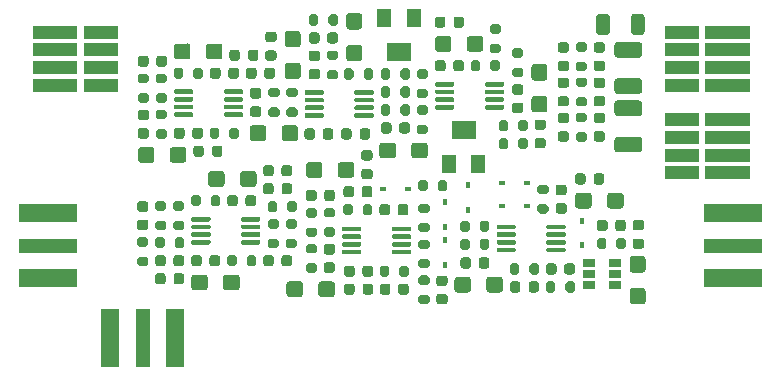
<source format=gts>
G04 #@! TF.GenerationSoftware,KiCad,Pcbnew,5.1.10-88a1d61d58~88~ubuntu18.04.1*
G04 #@! TF.CreationDate,2021-10-01T18:12:45+02:00*
G04 #@! TF.ProjectId,signal_processing,7369676e-616c-45f7-9072-6f6365737369,rev?*
G04 #@! TF.SameCoordinates,Original*
G04 #@! TF.FileFunction,Soldermask,Top*
G04 #@! TF.FilePolarity,Negative*
%FSLAX46Y46*%
G04 Gerber Fmt 4.6, Leading zero omitted, Abs format (unit mm)*
G04 Created by KiCad (PCBNEW 5.1.10-88a1d61d58~88~ubuntu18.04.1) date 2021-10-01 18:12:45*
%MOMM*%
%LPD*%
G01*
G04 APERTURE LIST*
%ADD10C,0.010000*%
%ADD11R,1.300000X1.600000*%
%ADD12R,2.000000X1.600000*%
%ADD13R,1.060000X0.650000*%
%ADD14R,5.000000X1.200000*%
%ADD15R,5.000000X1.600000*%
%ADD16R,1.200000X5.000000*%
%ADD17R,1.600000X5.000000*%
%ADD18R,0.450000X0.600000*%
%ADD19R,0.600000X0.450000*%
G04 APERTURE END LIST*
D10*
G36*
X173752800Y-102442700D02*
G01*
X173752800Y-101440300D01*
X177455200Y-101440300D01*
X177455200Y-102442700D01*
X173752800Y-102442700D01*
G37*
X173752800Y-102442700D02*
X173752800Y-101440300D01*
X177455200Y-101440300D01*
X177455200Y-102442700D01*
X173752800Y-102442700D01*
G36*
X170302800Y-102442700D02*
G01*
X170302800Y-101440300D01*
X173105200Y-101440300D01*
X173105200Y-102442700D01*
X170302800Y-102442700D01*
G37*
X170302800Y-102442700D02*
X170302800Y-101440300D01*
X173105200Y-101440300D01*
X173105200Y-102442700D01*
X170302800Y-102442700D01*
G36*
X173752800Y-103942700D02*
G01*
X173752800Y-102940300D01*
X177455200Y-102940300D01*
X177455200Y-103942700D01*
X173752800Y-103942700D01*
G37*
X173752800Y-103942700D02*
X173752800Y-102940300D01*
X177455200Y-102940300D01*
X177455200Y-103942700D01*
X173752800Y-103942700D01*
G36*
X170302800Y-103942700D02*
G01*
X170302800Y-102940300D01*
X173105200Y-102940300D01*
X173105200Y-103942700D01*
X170302800Y-103942700D01*
G37*
X170302800Y-103942700D02*
X170302800Y-102940300D01*
X173105200Y-102940300D01*
X173105200Y-103942700D01*
X170302800Y-103942700D01*
G36*
X173752800Y-105442700D02*
G01*
X173752800Y-104440300D01*
X177455200Y-104440300D01*
X177455200Y-105442700D01*
X173752800Y-105442700D01*
G37*
X173752800Y-105442700D02*
X173752800Y-104440300D01*
X177455200Y-104440300D01*
X177455200Y-105442700D01*
X173752800Y-105442700D01*
G36*
X170302800Y-105442700D02*
G01*
X170302800Y-104440300D01*
X173105200Y-104440300D01*
X173105200Y-105442700D01*
X170302800Y-105442700D01*
G37*
X170302800Y-105442700D02*
X170302800Y-104440300D01*
X173105200Y-104440300D01*
X173105200Y-105442700D01*
X170302800Y-105442700D01*
G36*
X170302800Y-106942700D02*
G01*
X170302800Y-105940300D01*
X173105200Y-105940300D01*
X173105200Y-106942700D01*
X170302800Y-106942700D01*
G37*
X170302800Y-106942700D02*
X170302800Y-105940300D01*
X173105200Y-105940300D01*
X173105200Y-106942700D01*
X170302800Y-106942700D01*
G36*
X173752800Y-106942700D02*
G01*
X173752800Y-105940300D01*
X177455200Y-105940300D01*
X177455200Y-106942700D01*
X173752800Y-106942700D01*
G37*
X173752800Y-106942700D02*
X173752800Y-105940300D01*
X177455200Y-105940300D01*
X177455200Y-106942700D01*
X173752800Y-106942700D01*
G36*
X120508200Y-98522800D02*
G01*
X120508200Y-99525200D01*
X116805800Y-99525200D01*
X116805800Y-98522800D01*
X120508200Y-98522800D01*
G37*
X120508200Y-98522800D02*
X120508200Y-99525200D01*
X116805800Y-99525200D01*
X116805800Y-98522800D01*
X120508200Y-98522800D01*
G36*
X123958200Y-98522800D02*
G01*
X123958200Y-99525200D01*
X121155800Y-99525200D01*
X121155800Y-98522800D01*
X123958200Y-98522800D01*
G37*
X123958200Y-98522800D02*
X123958200Y-99525200D01*
X121155800Y-99525200D01*
X121155800Y-98522800D01*
X123958200Y-98522800D01*
G36*
X120508200Y-97022800D02*
G01*
X120508200Y-98025200D01*
X116805800Y-98025200D01*
X116805800Y-97022800D01*
X120508200Y-97022800D01*
G37*
X120508200Y-97022800D02*
X120508200Y-98025200D01*
X116805800Y-98025200D01*
X116805800Y-97022800D01*
X120508200Y-97022800D01*
G36*
X123958200Y-97022800D02*
G01*
X123958200Y-98025200D01*
X121155800Y-98025200D01*
X121155800Y-97022800D01*
X123958200Y-97022800D01*
G37*
X123958200Y-97022800D02*
X123958200Y-98025200D01*
X121155800Y-98025200D01*
X121155800Y-97022800D01*
X123958200Y-97022800D01*
G36*
X120508200Y-95522800D02*
G01*
X120508200Y-96525200D01*
X116805800Y-96525200D01*
X116805800Y-95522800D01*
X120508200Y-95522800D01*
G37*
X120508200Y-95522800D02*
X120508200Y-96525200D01*
X116805800Y-96525200D01*
X116805800Y-95522800D01*
X120508200Y-95522800D01*
G36*
X123958200Y-95522800D02*
G01*
X123958200Y-96525200D01*
X121155800Y-96525200D01*
X121155800Y-95522800D01*
X123958200Y-95522800D01*
G37*
X123958200Y-95522800D02*
X123958200Y-96525200D01*
X121155800Y-96525200D01*
X121155800Y-95522800D01*
X123958200Y-95522800D01*
G36*
X123958200Y-94022800D02*
G01*
X123958200Y-95025200D01*
X121155800Y-95025200D01*
X121155800Y-94022800D01*
X123958200Y-94022800D01*
G37*
X123958200Y-94022800D02*
X123958200Y-95025200D01*
X121155800Y-95025200D01*
X121155800Y-94022800D01*
X123958200Y-94022800D01*
G36*
X120508200Y-94022800D02*
G01*
X120508200Y-95025200D01*
X116805800Y-95025200D01*
X116805800Y-94022800D01*
X120508200Y-94022800D01*
G37*
X120508200Y-94022800D02*
X120508200Y-95025200D01*
X116805800Y-95025200D01*
X116805800Y-94022800D01*
X120508200Y-94022800D01*
G36*
X173750800Y-95025200D02*
G01*
X173750800Y-94022800D01*
X177453200Y-94022800D01*
X177453200Y-95025200D01*
X173750800Y-95025200D01*
G37*
X173750800Y-95025200D02*
X173750800Y-94022800D01*
X177453200Y-94022800D01*
X177453200Y-95025200D01*
X173750800Y-95025200D01*
G36*
X170300800Y-95025200D02*
G01*
X170300800Y-94022800D01*
X173103200Y-94022800D01*
X173103200Y-95025200D01*
X170300800Y-95025200D01*
G37*
X170300800Y-95025200D02*
X170300800Y-94022800D01*
X173103200Y-94022800D01*
X173103200Y-95025200D01*
X170300800Y-95025200D01*
G36*
X173750800Y-96525200D02*
G01*
X173750800Y-95522800D01*
X177453200Y-95522800D01*
X177453200Y-96525200D01*
X173750800Y-96525200D01*
G37*
X173750800Y-96525200D02*
X173750800Y-95522800D01*
X177453200Y-95522800D01*
X177453200Y-96525200D01*
X173750800Y-96525200D01*
G36*
X170300800Y-96525200D02*
G01*
X170300800Y-95522800D01*
X173103200Y-95522800D01*
X173103200Y-96525200D01*
X170300800Y-96525200D01*
G37*
X170300800Y-96525200D02*
X170300800Y-95522800D01*
X173103200Y-95522800D01*
X173103200Y-96525200D01*
X170300800Y-96525200D01*
G36*
X173750800Y-98025200D02*
G01*
X173750800Y-97022800D01*
X177453200Y-97022800D01*
X177453200Y-98025200D01*
X173750800Y-98025200D01*
G37*
X173750800Y-98025200D02*
X173750800Y-97022800D01*
X177453200Y-97022800D01*
X177453200Y-98025200D01*
X173750800Y-98025200D01*
G36*
X170300800Y-98025200D02*
G01*
X170300800Y-97022800D01*
X173103200Y-97022800D01*
X173103200Y-98025200D01*
X170300800Y-98025200D01*
G37*
X170300800Y-98025200D02*
X170300800Y-97022800D01*
X173103200Y-97022800D01*
X173103200Y-98025200D01*
X170300800Y-98025200D01*
G36*
X170300800Y-99525200D02*
G01*
X170300800Y-98522800D01*
X173103200Y-98522800D01*
X173103200Y-99525200D01*
X170300800Y-99525200D01*
G37*
X170300800Y-99525200D02*
X170300800Y-98522800D01*
X173103200Y-98522800D01*
X173103200Y-99525200D01*
X170300800Y-99525200D01*
G36*
X173750800Y-99525200D02*
G01*
X173750800Y-98522800D01*
X177453200Y-98522800D01*
X177453200Y-99525200D01*
X173750800Y-99525200D01*
G37*
X173750800Y-99525200D02*
X173750800Y-98522800D01*
X177453200Y-98522800D01*
X177453200Y-99525200D01*
X173750800Y-99525200D01*
G36*
G01*
X147085500Y-97832500D02*
X147085500Y-98382500D01*
G75*
G02*
X146885500Y-98582500I-200000J0D01*
G01*
X146485500Y-98582500D01*
G75*
G02*
X146285500Y-98382500I0J200000D01*
G01*
X146285500Y-97832500D01*
G75*
G02*
X146485500Y-97632500I200000J0D01*
G01*
X146885500Y-97632500D01*
G75*
G02*
X147085500Y-97832500I0J-200000D01*
G01*
G37*
G36*
G01*
X148735500Y-97832500D02*
X148735500Y-98382500D01*
G75*
G02*
X148535500Y-98582500I-200000J0D01*
G01*
X148135500Y-98582500D01*
G75*
G02*
X147935500Y-98382500I0J200000D01*
G01*
X147935500Y-97832500D01*
G75*
G02*
X148135500Y-97632500I200000J0D01*
G01*
X148535500Y-97632500D01*
G75*
G02*
X148735500Y-97832500I0J-200000D01*
G01*
G37*
G36*
G01*
X147223000Y-111329500D02*
X147223000Y-111129500D01*
G75*
G02*
X147323000Y-111029500I100000J0D01*
G01*
X148748000Y-111029500D01*
G75*
G02*
X148848000Y-111129500I0J-100000D01*
G01*
X148848000Y-111329500D01*
G75*
G02*
X148748000Y-111429500I-100000J0D01*
G01*
X147323000Y-111429500D01*
G75*
G02*
X147223000Y-111329500I0J100000D01*
G01*
G37*
G36*
G01*
X147223000Y-111979500D02*
X147223000Y-111779500D01*
G75*
G02*
X147323000Y-111679500I100000J0D01*
G01*
X148748000Y-111679500D01*
G75*
G02*
X148848000Y-111779500I0J-100000D01*
G01*
X148848000Y-111979500D01*
G75*
G02*
X148748000Y-112079500I-100000J0D01*
G01*
X147323000Y-112079500D01*
G75*
G02*
X147223000Y-111979500I0J100000D01*
G01*
G37*
G36*
G01*
X147223000Y-112629500D02*
X147223000Y-112429500D01*
G75*
G02*
X147323000Y-112329500I100000J0D01*
G01*
X148748000Y-112329500D01*
G75*
G02*
X148848000Y-112429500I0J-100000D01*
G01*
X148848000Y-112629500D01*
G75*
G02*
X148748000Y-112729500I-100000J0D01*
G01*
X147323000Y-112729500D01*
G75*
G02*
X147223000Y-112629500I0J100000D01*
G01*
G37*
G36*
G01*
X147223000Y-113279500D02*
X147223000Y-113079500D01*
G75*
G02*
X147323000Y-112979500I100000J0D01*
G01*
X148748000Y-112979500D01*
G75*
G02*
X148848000Y-113079500I0J-100000D01*
G01*
X148848000Y-113279500D01*
G75*
G02*
X148748000Y-113379500I-100000J0D01*
G01*
X147323000Y-113379500D01*
G75*
G02*
X147223000Y-113279500I0J100000D01*
G01*
G37*
G36*
G01*
X142998000Y-113279500D02*
X142998000Y-113079500D01*
G75*
G02*
X143098000Y-112979500I100000J0D01*
G01*
X144523000Y-112979500D01*
G75*
G02*
X144623000Y-113079500I0J-100000D01*
G01*
X144623000Y-113279500D01*
G75*
G02*
X144523000Y-113379500I-100000J0D01*
G01*
X143098000Y-113379500D01*
G75*
G02*
X142998000Y-113279500I0J100000D01*
G01*
G37*
G36*
G01*
X142998000Y-112629500D02*
X142998000Y-112429500D01*
G75*
G02*
X143098000Y-112329500I100000J0D01*
G01*
X144523000Y-112329500D01*
G75*
G02*
X144623000Y-112429500I0J-100000D01*
G01*
X144623000Y-112629500D01*
G75*
G02*
X144523000Y-112729500I-100000J0D01*
G01*
X143098000Y-112729500D01*
G75*
G02*
X142998000Y-112629500I0J100000D01*
G01*
G37*
G36*
G01*
X142998000Y-111979500D02*
X142998000Y-111779500D01*
G75*
G02*
X143098000Y-111679500I100000J0D01*
G01*
X144523000Y-111679500D01*
G75*
G02*
X144623000Y-111779500I0J-100000D01*
G01*
X144623000Y-111979500D01*
G75*
G02*
X144523000Y-112079500I-100000J0D01*
G01*
X143098000Y-112079500D01*
G75*
G02*
X142998000Y-111979500I0J100000D01*
G01*
G37*
G36*
G01*
X142998000Y-111329500D02*
X142998000Y-111129500D01*
G75*
G02*
X143098000Y-111029500I100000J0D01*
G01*
X144523000Y-111029500D01*
G75*
G02*
X144623000Y-111129500I0J-100000D01*
G01*
X144623000Y-111329500D01*
G75*
G02*
X144523000Y-111429500I-100000J0D01*
G01*
X143098000Y-111429500D01*
G75*
G02*
X142998000Y-111329500I0J100000D01*
G01*
G37*
G36*
G01*
X144048000Y-99772500D02*
X144048000Y-99572500D01*
G75*
G02*
X144148000Y-99472500I100000J0D01*
G01*
X145573000Y-99472500D01*
G75*
G02*
X145673000Y-99572500I0J-100000D01*
G01*
X145673000Y-99772500D01*
G75*
G02*
X145573000Y-99872500I-100000J0D01*
G01*
X144148000Y-99872500D01*
G75*
G02*
X144048000Y-99772500I0J100000D01*
G01*
G37*
G36*
G01*
X144048000Y-100422500D02*
X144048000Y-100222500D01*
G75*
G02*
X144148000Y-100122500I100000J0D01*
G01*
X145573000Y-100122500D01*
G75*
G02*
X145673000Y-100222500I0J-100000D01*
G01*
X145673000Y-100422500D01*
G75*
G02*
X145573000Y-100522500I-100000J0D01*
G01*
X144148000Y-100522500D01*
G75*
G02*
X144048000Y-100422500I0J100000D01*
G01*
G37*
G36*
G01*
X144048000Y-101072500D02*
X144048000Y-100872500D01*
G75*
G02*
X144148000Y-100772500I100000J0D01*
G01*
X145573000Y-100772500D01*
G75*
G02*
X145673000Y-100872500I0J-100000D01*
G01*
X145673000Y-101072500D01*
G75*
G02*
X145573000Y-101172500I-100000J0D01*
G01*
X144148000Y-101172500D01*
G75*
G02*
X144048000Y-101072500I0J100000D01*
G01*
G37*
G36*
G01*
X144048000Y-101722500D02*
X144048000Y-101522500D01*
G75*
G02*
X144148000Y-101422500I100000J0D01*
G01*
X145573000Y-101422500D01*
G75*
G02*
X145673000Y-101522500I0J-100000D01*
G01*
X145673000Y-101722500D01*
G75*
G02*
X145573000Y-101822500I-100000J0D01*
G01*
X144148000Y-101822500D01*
G75*
G02*
X144048000Y-101722500I0J100000D01*
G01*
G37*
G36*
G01*
X139823000Y-101722500D02*
X139823000Y-101522500D01*
G75*
G02*
X139923000Y-101422500I100000J0D01*
G01*
X141348000Y-101422500D01*
G75*
G02*
X141448000Y-101522500I0J-100000D01*
G01*
X141448000Y-101722500D01*
G75*
G02*
X141348000Y-101822500I-100000J0D01*
G01*
X139923000Y-101822500D01*
G75*
G02*
X139823000Y-101722500I0J100000D01*
G01*
G37*
G36*
G01*
X139823000Y-101072500D02*
X139823000Y-100872500D01*
G75*
G02*
X139923000Y-100772500I100000J0D01*
G01*
X141348000Y-100772500D01*
G75*
G02*
X141448000Y-100872500I0J-100000D01*
G01*
X141448000Y-101072500D01*
G75*
G02*
X141348000Y-101172500I-100000J0D01*
G01*
X139923000Y-101172500D01*
G75*
G02*
X139823000Y-101072500I0J100000D01*
G01*
G37*
G36*
G01*
X139823000Y-100422500D02*
X139823000Y-100222500D01*
G75*
G02*
X139923000Y-100122500I100000J0D01*
G01*
X141348000Y-100122500D01*
G75*
G02*
X141448000Y-100222500I0J-100000D01*
G01*
X141448000Y-100422500D01*
G75*
G02*
X141348000Y-100522500I-100000J0D01*
G01*
X139923000Y-100522500D01*
G75*
G02*
X139823000Y-100422500I0J100000D01*
G01*
G37*
G36*
G01*
X139823000Y-99772500D02*
X139823000Y-99572500D01*
G75*
G02*
X139923000Y-99472500I100000J0D01*
G01*
X141348000Y-99472500D01*
G75*
G02*
X141448000Y-99572500I0J-100000D01*
G01*
X141448000Y-99772500D01*
G75*
G02*
X141348000Y-99872500I-100000J0D01*
G01*
X139923000Y-99872500D01*
G75*
G02*
X139823000Y-99772500I0J100000D01*
G01*
G37*
G36*
G01*
X155097000Y-99074000D02*
X155097000Y-98874000D01*
G75*
G02*
X155197000Y-98774000I100000J0D01*
G01*
X156622000Y-98774000D01*
G75*
G02*
X156722000Y-98874000I0J-100000D01*
G01*
X156722000Y-99074000D01*
G75*
G02*
X156622000Y-99174000I-100000J0D01*
G01*
X155197000Y-99174000D01*
G75*
G02*
X155097000Y-99074000I0J100000D01*
G01*
G37*
G36*
G01*
X155097000Y-99724000D02*
X155097000Y-99524000D01*
G75*
G02*
X155197000Y-99424000I100000J0D01*
G01*
X156622000Y-99424000D01*
G75*
G02*
X156722000Y-99524000I0J-100000D01*
G01*
X156722000Y-99724000D01*
G75*
G02*
X156622000Y-99824000I-100000J0D01*
G01*
X155197000Y-99824000D01*
G75*
G02*
X155097000Y-99724000I0J100000D01*
G01*
G37*
G36*
G01*
X155097000Y-100374000D02*
X155097000Y-100174000D01*
G75*
G02*
X155197000Y-100074000I100000J0D01*
G01*
X156622000Y-100074000D01*
G75*
G02*
X156722000Y-100174000I0J-100000D01*
G01*
X156722000Y-100374000D01*
G75*
G02*
X156622000Y-100474000I-100000J0D01*
G01*
X155197000Y-100474000D01*
G75*
G02*
X155097000Y-100374000I0J100000D01*
G01*
G37*
G36*
G01*
X155097000Y-101024000D02*
X155097000Y-100824000D01*
G75*
G02*
X155197000Y-100724000I100000J0D01*
G01*
X156622000Y-100724000D01*
G75*
G02*
X156722000Y-100824000I0J-100000D01*
G01*
X156722000Y-101024000D01*
G75*
G02*
X156622000Y-101124000I-100000J0D01*
G01*
X155197000Y-101124000D01*
G75*
G02*
X155097000Y-101024000I0J100000D01*
G01*
G37*
G36*
G01*
X150872000Y-101024000D02*
X150872000Y-100824000D01*
G75*
G02*
X150972000Y-100724000I100000J0D01*
G01*
X152397000Y-100724000D01*
G75*
G02*
X152497000Y-100824000I0J-100000D01*
G01*
X152497000Y-101024000D01*
G75*
G02*
X152397000Y-101124000I-100000J0D01*
G01*
X150972000Y-101124000D01*
G75*
G02*
X150872000Y-101024000I0J100000D01*
G01*
G37*
G36*
G01*
X150872000Y-100374000D02*
X150872000Y-100174000D01*
G75*
G02*
X150972000Y-100074000I100000J0D01*
G01*
X152397000Y-100074000D01*
G75*
G02*
X152497000Y-100174000I0J-100000D01*
G01*
X152497000Y-100374000D01*
G75*
G02*
X152397000Y-100474000I-100000J0D01*
G01*
X150972000Y-100474000D01*
G75*
G02*
X150872000Y-100374000I0J100000D01*
G01*
G37*
G36*
G01*
X150872000Y-99724000D02*
X150872000Y-99524000D01*
G75*
G02*
X150972000Y-99424000I100000J0D01*
G01*
X152397000Y-99424000D01*
G75*
G02*
X152497000Y-99524000I0J-100000D01*
G01*
X152497000Y-99724000D01*
G75*
G02*
X152397000Y-99824000I-100000J0D01*
G01*
X150972000Y-99824000D01*
G75*
G02*
X150872000Y-99724000I0J100000D01*
G01*
G37*
G36*
G01*
X150872000Y-99074000D02*
X150872000Y-98874000D01*
G75*
G02*
X150972000Y-98774000I100000J0D01*
G01*
X152397000Y-98774000D01*
G75*
G02*
X152497000Y-98874000I0J-100000D01*
G01*
X152497000Y-99074000D01*
G75*
G02*
X152397000Y-99174000I-100000J0D01*
G01*
X150972000Y-99174000D01*
G75*
G02*
X150872000Y-99074000I0J100000D01*
G01*
G37*
G36*
G01*
X160299700Y-111159200D02*
X160299700Y-110959200D01*
G75*
G02*
X160399700Y-110859200I100000J0D01*
G01*
X161824700Y-110859200D01*
G75*
G02*
X161924700Y-110959200I0J-100000D01*
G01*
X161924700Y-111159200D01*
G75*
G02*
X161824700Y-111259200I-100000J0D01*
G01*
X160399700Y-111259200D01*
G75*
G02*
X160299700Y-111159200I0J100000D01*
G01*
G37*
G36*
G01*
X160299700Y-111809200D02*
X160299700Y-111609200D01*
G75*
G02*
X160399700Y-111509200I100000J0D01*
G01*
X161824700Y-111509200D01*
G75*
G02*
X161924700Y-111609200I0J-100000D01*
G01*
X161924700Y-111809200D01*
G75*
G02*
X161824700Y-111909200I-100000J0D01*
G01*
X160399700Y-111909200D01*
G75*
G02*
X160299700Y-111809200I0J100000D01*
G01*
G37*
G36*
G01*
X160299700Y-112459200D02*
X160299700Y-112259200D01*
G75*
G02*
X160399700Y-112159200I100000J0D01*
G01*
X161824700Y-112159200D01*
G75*
G02*
X161924700Y-112259200I0J-100000D01*
G01*
X161924700Y-112459200D01*
G75*
G02*
X161824700Y-112559200I-100000J0D01*
G01*
X160399700Y-112559200D01*
G75*
G02*
X160299700Y-112459200I0J100000D01*
G01*
G37*
G36*
G01*
X160299700Y-113109200D02*
X160299700Y-112909200D01*
G75*
G02*
X160399700Y-112809200I100000J0D01*
G01*
X161824700Y-112809200D01*
G75*
G02*
X161924700Y-112909200I0J-100000D01*
G01*
X161924700Y-113109200D01*
G75*
G02*
X161824700Y-113209200I-100000J0D01*
G01*
X160399700Y-113209200D01*
G75*
G02*
X160299700Y-113109200I0J100000D01*
G01*
G37*
G36*
G01*
X156074700Y-113109200D02*
X156074700Y-112909200D01*
G75*
G02*
X156174700Y-112809200I100000J0D01*
G01*
X157599700Y-112809200D01*
G75*
G02*
X157699700Y-112909200I0J-100000D01*
G01*
X157699700Y-113109200D01*
G75*
G02*
X157599700Y-113209200I-100000J0D01*
G01*
X156174700Y-113209200D01*
G75*
G02*
X156074700Y-113109200I0J100000D01*
G01*
G37*
G36*
G01*
X156074700Y-112459200D02*
X156074700Y-112259200D01*
G75*
G02*
X156174700Y-112159200I100000J0D01*
G01*
X157599700Y-112159200D01*
G75*
G02*
X157699700Y-112259200I0J-100000D01*
G01*
X157699700Y-112459200D01*
G75*
G02*
X157599700Y-112559200I-100000J0D01*
G01*
X156174700Y-112559200D01*
G75*
G02*
X156074700Y-112459200I0J100000D01*
G01*
G37*
G36*
G01*
X156074700Y-111809200D02*
X156074700Y-111609200D01*
G75*
G02*
X156174700Y-111509200I100000J0D01*
G01*
X157599700Y-111509200D01*
G75*
G02*
X157699700Y-111609200I0J-100000D01*
G01*
X157699700Y-111809200D01*
G75*
G02*
X157599700Y-111909200I-100000J0D01*
G01*
X156174700Y-111909200D01*
G75*
G02*
X156074700Y-111809200I0J100000D01*
G01*
G37*
G36*
G01*
X156074700Y-111159200D02*
X156074700Y-110959200D01*
G75*
G02*
X156174700Y-110859200I100000J0D01*
G01*
X157599700Y-110859200D01*
G75*
G02*
X157699700Y-110959200I0J-100000D01*
G01*
X157699700Y-111159200D01*
G75*
G02*
X157599700Y-111259200I-100000J0D01*
G01*
X156174700Y-111259200D01*
G75*
G02*
X156074700Y-111159200I0J100000D01*
G01*
G37*
G36*
G01*
X132999000Y-99709000D02*
X132999000Y-99509000D01*
G75*
G02*
X133099000Y-99409000I100000J0D01*
G01*
X134524000Y-99409000D01*
G75*
G02*
X134624000Y-99509000I0J-100000D01*
G01*
X134624000Y-99709000D01*
G75*
G02*
X134524000Y-99809000I-100000J0D01*
G01*
X133099000Y-99809000D01*
G75*
G02*
X132999000Y-99709000I0J100000D01*
G01*
G37*
G36*
G01*
X132999000Y-100359000D02*
X132999000Y-100159000D01*
G75*
G02*
X133099000Y-100059000I100000J0D01*
G01*
X134524000Y-100059000D01*
G75*
G02*
X134624000Y-100159000I0J-100000D01*
G01*
X134624000Y-100359000D01*
G75*
G02*
X134524000Y-100459000I-100000J0D01*
G01*
X133099000Y-100459000D01*
G75*
G02*
X132999000Y-100359000I0J100000D01*
G01*
G37*
G36*
G01*
X132999000Y-101009000D02*
X132999000Y-100809000D01*
G75*
G02*
X133099000Y-100709000I100000J0D01*
G01*
X134524000Y-100709000D01*
G75*
G02*
X134624000Y-100809000I0J-100000D01*
G01*
X134624000Y-101009000D01*
G75*
G02*
X134524000Y-101109000I-100000J0D01*
G01*
X133099000Y-101109000D01*
G75*
G02*
X132999000Y-101009000I0J100000D01*
G01*
G37*
G36*
G01*
X132999000Y-101659000D02*
X132999000Y-101459000D01*
G75*
G02*
X133099000Y-101359000I100000J0D01*
G01*
X134524000Y-101359000D01*
G75*
G02*
X134624000Y-101459000I0J-100000D01*
G01*
X134624000Y-101659000D01*
G75*
G02*
X134524000Y-101759000I-100000J0D01*
G01*
X133099000Y-101759000D01*
G75*
G02*
X132999000Y-101659000I0J100000D01*
G01*
G37*
G36*
G01*
X128774000Y-101659000D02*
X128774000Y-101459000D01*
G75*
G02*
X128874000Y-101359000I100000J0D01*
G01*
X130299000Y-101359000D01*
G75*
G02*
X130399000Y-101459000I0J-100000D01*
G01*
X130399000Y-101659000D01*
G75*
G02*
X130299000Y-101759000I-100000J0D01*
G01*
X128874000Y-101759000D01*
G75*
G02*
X128774000Y-101659000I0J100000D01*
G01*
G37*
G36*
G01*
X128774000Y-101009000D02*
X128774000Y-100809000D01*
G75*
G02*
X128874000Y-100709000I100000J0D01*
G01*
X130299000Y-100709000D01*
G75*
G02*
X130399000Y-100809000I0J-100000D01*
G01*
X130399000Y-101009000D01*
G75*
G02*
X130299000Y-101109000I-100000J0D01*
G01*
X128874000Y-101109000D01*
G75*
G02*
X128774000Y-101009000I0J100000D01*
G01*
G37*
G36*
G01*
X128774000Y-100359000D02*
X128774000Y-100159000D01*
G75*
G02*
X128874000Y-100059000I100000J0D01*
G01*
X130299000Y-100059000D01*
G75*
G02*
X130399000Y-100159000I0J-100000D01*
G01*
X130399000Y-100359000D01*
G75*
G02*
X130299000Y-100459000I-100000J0D01*
G01*
X128874000Y-100459000D01*
G75*
G02*
X128774000Y-100359000I0J100000D01*
G01*
G37*
G36*
G01*
X128774000Y-99709000D02*
X128774000Y-99509000D01*
G75*
G02*
X128874000Y-99409000I100000J0D01*
G01*
X130299000Y-99409000D01*
G75*
G02*
X130399000Y-99509000I0J-100000D01*
G01*
X130399000Y-99709000D01*
G75*
G02*
X130299000Y-99809000I-100000J0D01*
G01*
X128874000Y-99809000D01*
G75*
G02*
X128774000Y-99709000I0J100000D01*
G01*
G37*
G36*
G01*
X134459500Y-110504000D02*
X134459500Y-110304000D01*
G75*
G02*
X134559500Y-110204000I100000J0D01*
G01*
X135984500Y-110204000D01*
G75*
G02*
X136084500Y-110304000I0J-100000D01*
G01*
X136084500Y-110504000D01*
G75*
G02*
X135984500Y-110604000I-100000J0D01*
G01*
X134559500Y-110604000D01*
G75*
G02*
X134459500Y-110504000I0J100000D01*
G01*
G37*
G36*
G01*
X134459500Y-111154000D02*
X134459500Y-110954000D01*
G75*
G02*
X134559500Y-110854000I100000J0D01*
G01*
X135984500Y-110854000D01*
G75*
G02*
X136084500Y-110954000I0J-100000D01*
G01*
X136084500Y-111154000D01*
G75*
G02*
X135984500Y-111254000I-100000J0D01*
G01*
X134559500Y-111254000D01*
G75*
G02*
X134459500Y-111154000I0J100000D01*
G01*
G37*
G36*
G01*
X134459500Y-111804000D02*
X134459500Y-111604000D01*
G75*
G02*
X134559500Y-111504000I100000J0D01*
G01*
X135984500Y-111504000D01*
G75*
G02*
X136084500Y-111604000I0J-100000D01*
G01*
X136084500Y-111804000D01*
G75*
G02*
X135984500Y-111904000I-100000J0D01*
G01*
X134559500Y-111904000D01*
G75*
G02*
X134459500Y-111804000I0J100000D01*
G01*
G37*
G36*
G01*
X134459500Y-112454000D02*
X134459500Y-112254000D01*
G75*
G02*
X134559500Y-112154000I100000J0D01*
G01*
X135984500Y-112154000D01*
G75*
G02*
X136084500Y-112254000I0J-100000D01*
G01*
X136084500Y-112454000D01*
G75*
G02*
X135984500Y-112554000I-100000J0D01*
G01*
X134559500Y-112554000D01*
G75*
G02*
X134459500Y-112454000I0J100000D01*
G01*
G37*
G36*
G01*
X130234500Y-112454000D02*
X130234500Y-112254000D01*
G75*
G02*
X130334500Y-112154000I100000J0D01*
G01*
X131759500Y-112154000D01*
G75*
G02*
X131859500Y-112254000I0J-100000D01*
G01*
X131859500Y-112454000D01*
G75*
G02*
X131759500Y-112554000I-100000J0D01*
G01*
X130334500Y-112554000D01*
G75*
G02*
X130234500Y-112454000I0J100000D01*
G01*
G37*
G36*
G01*
X130234500Y-111804000D02*
X130234500Y-111604000D01*
G75*
G02*
X130334500Y-111504000I100000J0D01*
G01*
X131759500Y-111504000D01*
G75*
G02*
X131859500Y-111604000I0J-100000D01*
G01*
X131859500Y-111804000D01*
G75*
G02*
X131759500Y-111904000I-100000J0D01*
G01*
X130334500Y-111904000D01*
G75*
G02*
X130234500Y-111804000I0J100000D01*
G01*
G37*
G36*
G01*
X130234500Y-111154000D02*
X130234500Y-110954000D01*
G75*
G02*
X130334500Y-110854000I100000J0D01*
G01*
X131759500Y-110854000D01*
G75*
G02*
X131859500Y-110954000I0J-100000D01*
G01*
X131859500Y-111154000D01*
G75*
G02*
X131759500Y-111254000I-100000J0D01*
G01*
X130334500Y-111254000D01*
G75*
G02*
X130234500Y-111154000I0J100000D01*
G01*
G37*
G36*
G01*
X130234500Y-110504000D02*
X130234500Y-110304000D01*
G75*
G02*
X130334500Y-110204000I100000J0D01*
G01*
X131759500Y-110204000D01*
G75*
G02*
X131859500Y-110304000I0J-100000D01*
G01*
X131859500Y-110504000D01*
G75*
G02*
X131759500Y-110604000I-100000J0D01*
G01*
X130334500Y-110604000D01*
G75*
G02*
X130234500Y-110504000I0J100000D01*
G01*
G37*
G36*
G01*
X126611500Y-96778000D02*
X126611500Y-97278000D01*
G75*
G02*
X126386500Y-97503000I-225000J0D01*
G01*
X125936500Y-97503000D01*
G75*
G02*
X125711500Y-97278000I0J225000D01*
G01*
X125711500Y-96778000D01*
G75*
G02*
X125936500Y-96553000I225000J0D01*
G01*
X126386500Y-96553000D01*
G75*
G02*
X126611500Y-96778000I0J-225000D01*
G01*
G37*
G36*
G01*
X128161500Y-96778000D02*
X128161500Y-97278000D01*
G75*
G02*
X127936500Y-97503000I-225000J0D01*
G01*
X127486500Y-97503000D01*
G75*
G02*
X127261500Y-97278000I0J225000D01*
G01*
X127261500Y-96778000D01*
G75*
G02*
X127486500Y-96553000I225000J0D01*
G01*
X127936500Y-96553000D01*
G75*
G02*
X128161500Y-96778000I0J-225000D01*
G01*
G37*
G36*
G01*
X147085500Y-100880500D02*
X147085500Y-101430500D01*
G75*
G02*
X146885500Y-101630500I-200000J0D01*
G01*
X146485500Y-101630500D01*
G75*
G02*
X146285500Y-101430500I0J200000D01*
G01*
X146285500Y-100880500D01*
G75*
G02*
X146485500Y-100680500I200000J0D01*
G01*
X146885500Y-100680500D01*
G75*
G02*
X147085500Y-100880500I0J-200000D01*
G01*
G37*
G36*
G01*
X148735500Y-100880500D02*
X148735500Y-101430500D01*
G75*
G02*
X148535500Y-101630500I-200000J0D01*
G01*
X148135500Y-101630500D01*
G75*
G02*
X147935500Y-101430500I0J200000D01*
G01*
X147935500Y-100880500D01*
G75*
G02*
X148135500Y-100680500I200000J0D01*
G01*
X148535500Y-100680500D01*
G75*
G02*
X148735500Y-100880500I0J-200000D01*
G01*
G37*
G36*
G01*
X147935500Y-99906500D02*
X147935500Y-99356500D01*
G75*
G02*
X148135500Y-99156500I200000J0D01*
G01*
X148535500Y-99156500D01*
G75*
G02*
X148735500Y-99356500I0J-200000D01*
G01*
X148735500Y-99906500D01*
G75*
G02*
X148535500Y-100106500I-200000J0D01*
G01*
X148135500Y-100106500D01*
G75*
G02*
X147935500Y-99906500I0J200000D01*
G01*
G37*
G36*
G01*
X146285500Y-99906500D02*
X146285500Y-99356500D01*
G75*
G02*
X146485500Y-99156500I200000J0D01*
G01*
X146885500Y-99156500D01*
G75*
G02*
X147085500Y-99356500I0J-200000D01*
G01*
X147085500Y-99906500D01*
G75*
G02*
X146885500Y-100106500I-200000J0D01*
G01*
X146485500Y-100106500D01*
G75*
G02*
X146285500Y-99906500I0J200000D01*
G01*
G37*
G36*
G01*
X156231000Y-94698000D02*
X155681000Y-94698000D01*
G75*
G02*
X155481000Y-94498000I0J200000D01*
G01*
X155481000Y-94098000D01*
G75*
G02*
X155681000Y-93898000I200000J0D01*
G01*
X156231000Y-93898000D01*
G75*
G02*
X156431000Y-94098000I0J-200000D01*
G01*
X156431000Y-94498000D01*
G75*
G02*
X156231000Y-94698000I-200000J0D01*
G01*
G37*
G36*
G01*
X156231000Y-96348000D02*
X155681000Y-96348000D01*
G75*
G02*
X155481000Y-96148000I0J200000D01*
G01*
X155481000Y-95748000D01*
G75*
G02*
X155681000Y-95548000I200000J0D01*
G01*
X156231000Y-95548000D01*
G75*
G02*
X156431000Y-95748000I0J-200000D01*
G01*
X156431000Y-96148000D01*
G75*
G02*
X156231000Y-96348000I-200000J0D01*
G01*
G37*
G36*
G01*
X158136000Y-96730000D02*
X157586000Y-96730000D01*
G75*
G02*
X157386000Y-96530000I0J200000D01*
G01*
X157386000Y-96130000D01*
G75*
G02*
X157586000Y-95930000I200000J0D01*
G01*
X158136000Y-95930000D01*
G75*
G02*
X158336000Y-96130000I0J-200000D01*
G01*
X158336000Y-96530000D01*
G75*
G02*
X158136000Y-96730000I-200000J0D01*
G01*
G37*
G36*
G01*
X158136000Y-98380000D02*
X157586000Y-98380000D01*
G75*
G02*
X157386000Y-98180000I0J200000D01*
G01*
X157386000Y-97780000D01*
G75*
G02*
X157586000Y-97580000I200000J0D01*
G01*
X158136000Y-97580000D01*
G75*
G02*
X158336000Y-97780000I0J-200000D01*
G01*
X158336000Y-98180000D01*
G75*
G02*
X158136000Y-98380000I-200000J0D01*
G01*
G37*
D11*
X154539000Y-105717000D03*
D12*
X153289000Y-102817000D03*
D11*
X152039000Y-105717000D03*
X146578000Y-93355500D03*
D12*
X147828000Y-96255500D03*
D11*
X149078000Y-93355500D03*
G36*
G01*
X147559000Y-104159499D02*
X147559000Y-105009501D01*
G75*
G02*
X147309001Y-105259500I-249999J0D01*
G01*
X146408999Y-105259500D01*
G75*
G02*
X146159000Y-105009501I0J249999D01*
G01*
X146159000Y-104159499D01*
G75*
G02*
X146408999Y-103909500I249999J0D01*
G01*
X147309001Y-103909500D01*
G75*
G02*
X147559000Y-104159499I0J-249999D01*
G01*
G37*
G36*
G01*
X150259000Y-104159499D02*
X150259000Y-105009501D01*
G75*
G02*
X150009001Y-105259500I-249999J0D01*
G01*
X149108999Y-105259500D01*
G75*
G02*
X148859000Y-105009501I0J249999D01*
G01*
X148859000Y-104159499D01*
G75*
G02*
X149108999Y-103909500I249999J0D01*
G01*
X150009001Y-103909500D01*
G75*
G02*
X150259000Y-104159499I0J-249999D01*
G01*
G37*
G36*
G01*
X147185500Y-102429500D02*
X147185500Y-102929500D01*
G75*
G02*
X146960500Y-103154500I-225000J0D01*
G01*
X146510500Y-103154500D01*
G75*
G02*
X146285500Y-102929500I0J225000D01*
G01*
X146285500Y-102429500D01*
G75*
G02*
X146510500Y-102204500I225000J0D01*
G01*
X146960500Y-102204500D01*
G75*
G02*
X147185500Y-102429500I0J-225000D01*
G01*
G37*
G36*
G01*
X148735500Y-102429500D02*
X148735500Y-102929500D01*
G75*
G02*
X148510500Y-103154500I-225000J0D01*
G01*
X148060500Y-103154500D01*
G75*
G02*
X147835500Y-102929500I0J225000D01*
G01*
X147835500Y-102429500D01*
G75*
G02*
X148060500Y-102204500I225000J0D01*
G01*
X148510500Y-102204500D01*
G75*
G02*
X148735500Y-102429500I0J-225000D01*
G01*
G37*
D13*
X166073000Y-115062000D03*
X166073000Y-114112000D03*
X166073000Y-116012000D03*
X163873000Y-116012000D03*
X163873000Y-115062000D03*
X163873000Y-114112000D03*
G36*
G01*
X128884000Y-110534000D02*
X129434000Y-110534000D01*
G75*
G02*
X129634000Y-110734000I0J-200000D01*
G01*
X129634000Y-111134000D01*
G75*
G02*
X129434000Y-111334000I-200000J0D01*
G01*
X128884000Y-111334000D01*
G75*
G02*
X128684000Y-111134000I0J200000D01*
G01*
X128684000Y-110734000D01*
G75*
G02*
X128884000Y-110534000I200000J0D01*
G01*
G37*
G36*
G01*
X128884000Y-108884000D02*
X129434000Y-108884000D01*
G75*
G02*
X129634000Y-109084000I0J-200000D01*
G01*
X129634000Y-109484000D01*
G75*
G02*
X129434000Y-109684000I-200000J0D01*
G01*
X128884000Y-109684000D01*
G75*
G02*
X128684000Y-109484000I0J200000D01*
G01*
X128684000Y-109084000D01*
G75*
G02*
X128884000Y-108884000I200000J0D01*
G01*
G37*
G36*
G01*
X135419600Y-100845500D02*
X135919600Y-100845500D01*
G75*
G02*
X136144600Y-101070500I0J-225000D01*
G01*
X136144600Y-101520500D01*
G75*
G02*
X135919600Y-101745500I-225000J0D01*
G01*
X135419600Y-101745500D01*
G75*
G02*
X135194600Y-101520500I0J225000D01*
G01*
X135194600Y-101070500D01*
G75*
G02*
X135419600Y-100845500I225000J0D01*
G01*
G37*
G36*
G01*
X135419600Y-99295500D02*
X135919600Y-99295500D01*
G75*
G02*
X136144600Y-99520500I0J-225000D01*
G01*
X136144600Y-99970500D01*
G75*
G02*
X135919600Y-100195500I-225000J0D01*
G01*
X135419600Y-100195500D01*
G75*
G02*
X135194600Y-99970500I0J225000D01*
G01*
X135194600Y-99520500D01*
G75*
G02*
X135419600Y-99295500I225000J0D01*
G01*
G37*
G36*
G01*
X141839500Y-93810500D02*
X141839500Y-93260500D01*
G75*
G02*
X142039500Y-93060500I200000J0D01*
G01*
X142439500Y-93060500D01*
G75*
G02*
X142639500Y-93260500I0J-200000D01*
G01*
X142639500Y-93810500D01*
G75*
G02*
X142439500Y-94010500I-200000J0D01*
G01*
X142039500Y-94010500D01*
G75*
G02*
X141839500Y-93810500I0J200000D01*
G01*
G37*
G36*
G01*
X140189500Y-93810500D02*
X140189500Y-93260500D01*
G75*
G02*
X140389500Y-93060500I200000J0D01*
G01*
X140789500Y-93060500D01*
G75*
G02*
X140989500Y-93260500I0J-200000D01*
G01*
X140989500Y-93810500D01*
G75*
G02*
X140789500Y-94010500I-200000J0D01*
G01*
X140389500Y-94010500D01*
G75*
G02*
X140189500Y-93810500I0J200000D01*
G01*
G37*
G36*
G01*
X141647500Y-111105500D02*
X142197500Y-111105500D01*
G75*
G02*
X142397500Y-111305500I0J-200000D01*
G01*
X142397500Y-111705500D01*
G75*
G02*
X142197500Y-111905500I-200000J0D01*
G01*
X141647500Y-111905500D01*
G75*
G02*
X141447500Y-111705500I0J200000D01*
G01*
X141447500Y-111305500D01*
G75*
G02*
X141647500Y-111105500I200000J0D01*
G01*
G37*
G36*
G01*
X141647500Y-109455500D02*
X142197500Y-109455500D01*
G75*
G02*
X142397500Y-109655500I0J-200000D01*
G01*
X142397500Y-110055500D01*
G75*
G02*
X142197500Y-110255500I-200000J0D01*
G01*
X141647500Y-110255500D01*
G75*
G02*
X141447500Y-110055500I0J200000D01*
G01*
X141447500Y-109655500D01*
G75*
G02*
X141647500Y-109455500I200000J0D01*
G01*
G37*
G36*
G01*
X154705500Y-97134000D02*
X154705500Y-97684000D01*
G75*
G02*
X154505500Y-97884000I-200000J0D01*
G01*
X154105500Y-97884000D01*
G75*
G02*
X153905500Y-97684000I0J200000D01*
G01*
X153905500Y-97134000D01*
G75*
G02*
X154105500Y-96934000I200000J0D01*
G01*
X154505500Y-96934000D01*
G75*
G02*
X154705500Y-97134000I0J-200000D01*
G01*
G37*
G36*
G01*
X156355500Y-97134000D02*
X156355500Y-97684000D01*
G75*
G02*
X156155500Y-97884000I-200000J0D01*
G01*
X155755500Y-97884000D01*
G75*
G02*
X155555500Y-97684000I0J200000D01*
G01*
X155555500Y-97134000D01*
G75*
G02*
X155755500Y-96934000I200000J0D01*
G01*
X156155500Y-96934000D01*
G75*
G02*
X156355500Y-97134000I0J-200000D01*
G01*
G37*
G36*
G01*
X143974000Y-97832500D02*
X143974000Y-98382500D01*
G75*
G02*
X143774000Y-98582500I-200000J0D01*
G01*
X143374000Y-98582500D01*
G75*
G02*
X143174000Y-98382500I0J200000D01*
G01*
X143174000Y-97832500D01*
G75*
G02*
X143374000Y-97632500I200000J0D01*
G01*
X143774000Y-97632500D01*
G75*
G02*
X143974000Y-97832500I0J-200000D01*
G01*
G37*
G36*
G01*
X145624000Y-97832500D02*
X145624000Y-98382500D01*
G75*
G02*
X145424000Y-98582500I-200000J0D01*
G01*
X145024000Y-98582500D01*
G75*
G02*
X144824000Y-98382500I0J200000D01*
G01*
X144824000Y-97832500D01*
G75*
G02*
X145024000Y-97632500I200000J0D01*
G01*
X145424000Y-97632500D01*
G75*
G02*
X145624000Y-97832500I0J-200000D01*
G01*
G37*
G36*
G01*
X140673500Y-110259600D02*
X140123500Y-110259600D01*
G75*
G02*
X139923500Y-110059600I0J200000D01*
G01*
X139923500Y-109659600D01*
G75*
G02*
X140123500Y-109459600I200000J0D01*
G01*
X140673500Y-109459600D01*
G75*
G02*
X140873500Y-109659600I0J-200000D01*
G01*
X140873500Y-110059600D01*
G75*
G02*
X140673500Y-110259600I-200000J0D01*
G01*
G37*
G36*
G01*
X140673500Y-111909600D02*
X140123500Y-111909600D01*
G75*
G02*
X139923500Y-111709600I0J200000D01*
G01*
X139923500Y-111309600D01*
G75*
G02*
X140123500Y-111109600I200000J0D01*
G01*
X140673500Y-111109600D01*
G75*
G02*
X140873500Y-111309600I0J-200000D01*
G01*
X140873500Y-111709600D01*
G75*
G02*
X140673500Y-111909600I-200000J0D01*
G01*
G37*
G36*
G01*
X139022500Y-100095500D02*
X138472500Y-100095500D01*
G75*
G02*
X138272500Y-99895500I0J200000D01*
G01*
X138272500Y-99495500D01*
G75*
G02*
X138472500Y-99295500I200000J0D01*
G01*
X139022500Y-99295500D01*
G75*
G02*
X139222500Y-99495500I0J-200000D01*
G01*
X139222500Y-99895500D01*
G75*
G02*
X139022500Y-100095500I-200000J0D01*
G01*
G37*
G36*
G01*
X139022500Y-101745500D02*
X138472500Y-101745500D01*
G75*
G02*
X138272500Y-101545500I0J200000D01*
G01*
X138272500Y-101145500D01*
G75*
G02*
X138472500Y-100945500I200000J0D01*
G01*
X139022500Y-100945500D01*
G75*
G02*
X139222500Y-101145500I0J-200000D01*
G01*
X139222500Y-101545500D01*
G75*
G02*
X139022500Y-101745500I-200000J0D01*
G01*
G37*
G36*
G01*
X150071500Y-98508000D02*
X149521500Y-98508000D01*
G75*
G02*
X149321500Y-98308000I0J200000D01*
G01*
X149321500Y-97908000D01*
G75*
G02*
X149521500Y-97708000I200000J0D01*
G01*
X150071500Y-97708000D01*
G75*
G02*
X150271500Y-97908000I0J-200000D01*
G01*
X150271500Y-98308000D01*
G75*
G02*
X150071500Y-98508000I-200000J0D01*
G01*
G37*
G36*
G01*
X150071500Y-100158000D02*
X149521500Y-100158000D01*
G75*
G02*
X149321500Y-99958000I0J200000D01*
G01*
X149321500Y-99558000D01*
G75*
G02*
X149521500Y-99358000I200000J0D01*
G01*
X150071500Y-99358000D01*
G75*
G02*
X150271500Y-99558000I0J-200000D01*
G01*
X150271500Y-99958000D01*
G75*
G02*
X150071500Y-100158000I-200000J0D01*
G01*
G37*
G36*
G01*
X149521500Y-102406000D02*
X150071500Y-102406000D01*
G75*
G02*
X150271500Y-102606000I0J-200000D01*
G01*
X150271500Y-103006000D01*
G75*
G02*
X150071500Y-103206000I-200000J0D01*
G01*
X149521500Y-103206000D01*
G75*
G02*
X149321500Y-103006000I0J200000D01*
G01*
X149321500Y-102606000D01*
G75*
G02*
X149521500Y-102406000I200000J0D01*
G01*
G37*
G36*
G01*
X149521500Y-100756000D02*
X150071500Y-100756000D01*
G75*
G02*
X150271500Y-100956000I0J-200000D01*
G01*
X150271500Y-101356000D01*
G75*
G02*
X150071500Y-101556000I-200000J0D01*
G01*
X149521500Y-101556000D01*
G75*
G02*
X149321500Y-101356000I0J200000D01*
G01*
X149321500Y-100956000D01*
G75*
G02*
X149521500Y-100756000I200000J0D01*
G01*
G37*
G36*
G01*
X142451500Y-96920500D02*
X141901500Y-96920500D01*
G75*
G02*
X141701500Y-96720500I0J200000D01*
G01*
X141701500Y-96320500D01*
G75*
G02*
X141901500Y-96120500I200000J0D01*
G01*
X142451500Y-96120500D01*
G75*
G02*
X142651500Y-96320500I0J-200000D01*
G01*
X142651500Y-96720500D01*
G75*
G02*
X142451500Y-96920500I-200000J0D01*
G01*
G37*
G36*
G01*
X142451500Y-98570500D02*
X141901500Y-98570500D01*
G75*
G02*
X141701500Y-98370500I0J200000D01*
G01*
X141701500Y-97970500D01*
G75*
G02*
X141901500Y-97770500I200000J0D01*
G01*
X142451500Y-97770500D01*
G75*
G02*
X142651500Y-97970500I0J-200000D01*
G01*
X142651500Y-98370500D01*
G75*
G02*
X142451500Y-98570500I-200000J0D01*
G01*
G37*
G36*
G01*
X140123500Y-114153500D02*
X140673500Y-114153500D01*
G75*
G02*
X140873500Y-114353500I0J-200000D01*
G01*
X140873500Y-114753500D01*
G75*
G02*
X140673500Y-114953500I-200000J0D01*
G01*
X140123500Y-114953500D01*
G75*
G02*
X139923500Y-114753500I0J200000D01*
G01*
X139923500Y-114353500D01*
G75*
G02*
X140123500Y-114153500I200000J0D01*
G01*
G37*
G36*
G01*
X140123500Y-112503500D02*
X140673500Y-112503500D01*
G75*
G02*
X140873500Y-112703500I0J-200000D01*
G01*
X140873500Y-113103500D01*
G75*
G02*
X140673500Y-113303500I-200000J0D01*
G01*
X140123500Y-113303500D01*
G75*
G02*
X139923500Y-113103500I0J200000D01*
G01*
X139923500Y-112703500D01*
G75*
G02*
X140123500Y-112503500I200000J0D01*
G01*
G37*
G36*
G01*
X157055000Y-103738000D02*
X157055000Y-104288000D01*
G75*
G02*
X156855000Y-104488000I-200000J0D01*
G01*
X156455000Y-104488000D01*
G75*
G02*
X156255000Y-104288000I0J200000D01*
G01*
X156255000Y-103738000D01*
G75*
G02*
X156455000Y-103538000I200000J0D01*
G01*
X156855000Y-103538000D01*
G75*
G02*
X157055000Y-103738000I0J-200000D01*
G01*
G37*
G36*
G01*
X158705000Y-103738000D02*
X158705000Y-104288000D01*
G75*
G02*
X158505000Y-104488000I-200000J0D01*
G01*
X158105000Y-104488000D01*
G75*
G02*
X157905000Y-104288000I0J200000D01*
G01*
X157905000Y-103738000D01*
G75*
G02*
X158105000Y-103538000I200000J0D01*
G01*
X158505000Y-103538000D01*
G75*
G02*
X158705000Y-103738000I0J-200000D01*
G01*
G37*
G36*
G01*
X157905000Y-102764000D02*
X157905000Y-102214000D01*
G75*
G02*
X158105000Y-102014000I200000J0D01*
G01*
X158505000Y-102014000D01*
G75*
G02*
X158705000Y-102214000I0J-200000D01*
G01*
X158705000Y-102764000D01*
G75*
G02*
X158505000Y-102964000I-200000J0D01*
G01*
X158105000Y-102964000D01*
G75*
G02*
X157905000Y-102764000I0J200000D01*
G01*
G37*
G36*
G01*
X156255000Y-102764000D02*
X156255000Y-102214000D01*
G75*
G02*
X156455000Y-102014000I200000J0D01*
G01*
X156855000Y-102014000D01*
G75*
G02*
X157055000Y-102214000I0J-200000D01*
G01*
X157055000Y-102764000D01*
G75*
G02*
X156855000Y-102964000I-200000J0D01*
G01*
X156455000Y-102964000D01*
G75*
G02*
X156255000Y-102764000I0J200000D01*
G01*
G37*
G36*
G01*
X137497000Y-109072000D02*
X137497000Y-109622000D01*
G75*
G02*
X137297000Y-109822000I-200000J0D01*
G01*
X136897000Y-109822000D01*
G75*
G02*
X136697000Y-109622000I0J200000D01*
G01*
X136697000Y-109072000D01*
G75*
G02*
X136897000Y-108872000I200000J0D01*
G01*
X137297000Y-108872000D01*
G75*
G02*
X137497000Y-109072000I0J-200000D01*
G01*
G37*
G36*
G01*
X139147000Y-109072000D02*
X139147000Y-109622000D01*
G75*
G02*
X138947000Y-109822000I-200000J0D01*
G01*
X138547000Y-109822000D01*
G75*
G02*
X138347000Y-109622000I0J200000D01*
G01*
X138347000Y-109072000D01*
G75*
G02*
X138547000Y-108872000I200000J0D01*
G01*
X138947000Y-108872000D01*
G75*
G02*
X139147000Y-109072000I0J-200000D01*
G01*
G37*
G36*
G01*
X136885000Y-112058000D02*
X137435000Y-112058000D01*
G75*
G02*
X137635000Y-112258000I0J-200000D01*
G01*
X137635000Y-112658000D01*
G75*
G02*
X137435000Y-112858000I-200000J0D01*
G01*
X136885000Y-112858000D01*
G75*
G02*
X136685000Y-112658000I0J200000D01*
G01*
X136685000Y-112258000D01*
G75*
G02*
X136885000Y-112058000I200000J0D01*
G01*
G37*
G36*
G01*
X136885000Y-110408000D02*
X137435000Y-110408000D01*
G75*
G02*
X137635000Y-110608000I0J-200000D01*
G01*
X137635000Y-111008000D01*
G75*
G02*
X137435000Y-111208000I-200000J0D01*
G01*
X136885000Y-111208000D01*
G75*
G02*
X136685000Y-111008000I0J200000D01*
G01*
X136685000Y-110608000D01*
G75*
G02*
X136885000Y-110408000I200000J0D01*
G01*
G37*
G36*
G01*
X136948500Y-100945500D02*
X137498500Y-100945500D01*
G75*
G02*
X137698500Y-101145500I0J-200000D01*
G01*
X137698500Y-101545500D01*
G75*
G02*
X137498500Y-101745500I-200000J0D01*
G01*
X136948500Y-101745500D01*
G75*
G02*
X136748500Y-101545500I0J200000D01*
G01*
X136748500Y-101145500D01*
G75*
G02*
X136948500Y-100945500I200000J0D01*
G01*
G37*
G36*
G01*
X136948500Y-99295500D02*
X137498500Y-99295500D01*
G75*
G02*
X137698500Y-99495500I0J-200000D01*
G01*
X137698500Y-99895500D01*
G75*
G02*
X137498500Y-100095500I-200000J0D01*
G01*
X136948500Y-100095500D01*
G75*
G02*
X136748500Y-99895500I0J200000D01*
G01*
X136748500Y-99495500D01*
G75*
G02*
X136948500Y-99295500I200000J0D01*
G01*
G37*
G36*
G01*
X138959000Y-111208000D02*
X138409000Y-111208000D01*
G75*
G02*
X138209000Y-111008000I0J200000D01*
G01*
X138209000Y-110608000D01*
G75*
G02*
X138409000Y-110408000I200000J0D01*
G01*
X138959000Y-110408000D01*
G75*
G02*
X139159000Y-110608000I0J-200000D01*
G01*
X139159000Y-111008000D01*
G75*
G02*
X138959000Y-111208000I-200000J0D01*
G01*
G37*
G36*
G01*
X138959000Y-112858000D02*
X138409000Y-112858000D01*
G75*
G02*
X138209000Y-112658000I0J200000D01*
G01*
X138209000Y-112258000D01*
G75*
G02*
X138409000Y-112058000I200000J0D01*
G01*
X138959000Y-112058000D01*
G75*
G02*
X139159000Y-112258000I0J-200000D01*
G01*
X139159000Y-112658000D01*
G75*
G02*
X138959000Y-112858000I-200000J0D01*
G01*
G37*
G36*
G01*
X132607500Y-102849000D02*
X132607500Y-103399000D01*
G75*
G02*
X132407500Y-103599000I-200000J0D01*
G01*
X132007500Y-103599000D01*
G75*
G02*
X131807500Y-103399000I0J200000D01*
G01*
X131807500Y-102849000D01*
G75*
G02*
X132007500Y-102649000I200000J0D01*
G01*
X132407500Y-102649000D01*
G75*
G02*
X132607500Y-102849000I0J-200000D01*
G01*
G37*
G36*
G01*
X134257500Y-102849000D02*
X134257500Y-103399000D01*
G75*
G02*
X134057500Y-103599000I-200000J0D01*
G01*
X133657500Y-103599000D01*
G75*
G02*
X133457500Y-103399000I0J200000D01*
G01*
X133457500Y-102849000D01*
G75*
G02*
X133657500Y-102649000I200000J0D01*
G01*
X134057500Y-102649000D01*
G75*
G02*
X134257500Y-102849000I0J-200000D01*
G01*
G37*
G36*
G01*
X134068000Y-113644000D02*
X134068000Y-114194000D01*
G75*
G02*
X133868000Y-114394000I-200000J0D01*
G01*
X133468000Y-114394000D01*
G75*
G02*
X133268000Y-114194000I0J200000D01*
G01*
X133268000Y-113644000D01*
G75*
G02*
X133468000Y-113444000I200000J0D01*
G01*
X133868000Y-113444000D01*
G75*
G02*
X134068000Y-113644000I0J-200000D01*
G01*
G37*
G36*
G01*
X135718000Y-113644000D02*
X135718000Y-114194000D01*
G75*
G02*
X135518000Y-114394000I-200000J0D01*
G01*
X135118000Y-114394000D01*
G75*
G02*
X134918000Y-114194000I0J200000D01*
G01*
X134918000Y-113644000D01*
G75*
G02*
X135118000Y-113444000I200000J0D01*
G01*
X135518000Y-113444000D01*
G75*
G02*
X135718000Y-113644000I0J-200000D01*
G01*
G37*
G36*
G01*
X129559500Y-97769000D02*
X129559500Y-98319000D01*
G75*
G02*
X129359500Y-98519000I-200000J0D01*
G01*
X128959500Y-98519000D01*
G75*
G02*
X128759500Y-98319000I0J200000D01*
G01*
X128759500Y-97769000D01*
G75*
G02*
X128959500Y-97569000I200000J0D01*
G01*
X129359500Y-97569000D01*
G75*
G02*
X129559500Y-97769000I0J-200000D01*
G01*
G37*
G36*
G01*
X131209500Y-97769000D02*
X131209500Y-98319000D01*
G75*
G02*
X131009500Y-98519000I-200000J0D01*
G01*
X130609500Y-98519000D01*
G75*
G02*
X130409500Y-98319000I0J200000D01*
G01*
X130409500Y-97769000D01*
G75*
G02*
X130609500Y-97569000I200000J0D01*
G01*
X131009500Y-97569000D01*
G75*
G02*
X131209500Y-97769000I0J-200000D01*
G01*
G37*
G36*
G01*
X131020000Y-108564000D02*
X131020000Y-109114000D01*
G75*
G02*
X130820000Y-109314000I-200000J0D01*
G01*
X130420000Y-109314000D01*
G75*
G02*
X130220000Y-109114000I0J200000D01*
G01*
X130220000Y-108564000D01*
G75*
G02*
X130420000Y-108364000I200000J0D01*
G01*
X130820000Y-108364000D01*
G75*
G02*
X131020000Y-108564000I0J-200000D01*
G01*
G37*
G36*
G01*
X132670000Y-108564000D02*
X132670000Y-109114000D01*
G75*
G02*
X132470000Y-109314000I-200000J0D01*
G01*
X132070000Y-109314000D01*
G75*
G02*
X131870000Y-109114000I0J200000D01*
G01*
X131870000Y-108564000D01*
G75*
G02*
X132070000Y-108364000I200000J0D01*
G01*
X132470000Y-108364000D01*
G75*
G02*
X132670000Y-108564000I0J-200000D01*
G01*
G37*
G36*
G01*
X127423500Y-99743100D02*
X127973500Y-99743100D01*
G75*
G02*
X128173500Y-99943100I0J-200000D01*
G01*
X128173500Y-100343100D01*
G75*
G02*
X127973500Y-100543100I-200000J0D01*
G01*
X127423500Y-100543100D01*
G75*
G02*
X127223500Y-100343100I0J200000D01*
G01*
X127223500Y-99943100D01*
G75*
G02*
X127423500Y-99743100I200000J0D01*
G01*
G37*
G36*
G01*
X127423500Y-98093100D02*
X127973500Y-98093100D01*
G75*
G02*
X128173500Y-98293100I0J-200000D01*
G01*
X128173500Y-98693100D01*
G75*
G02*
X127973500Y-98893100I-200000J0D01*
G01*
X127423500Y-98893100D01*
G75*
G02*
X127223500Y-98693100I0J200000D01*
G01*
X127223500Y-98293100D01*
G75*
G02*
X127423500Y-98093100I200000J0D01*
G01*
G37*
G36*
G01*
X127423500Y-102791100D02*
X127973500Y-102791100D01*
G75*
G02*
X128173500Y-102991100I0J-200000D01*
G01*
X128173500Y-103391100D01*
G75*
G02*
X127973500Y-103591100I-200000J0D01*
G01*
X127423500Y-103591100D01*
G75*
G02*
X127223500Y-103391100I0J200000D01*
G01*
X127223500Y-102991100D01*
G75*
G02*
X127423500Y-102791100I200000J0D01*
G01*
G37*
G36*
G01*
X127423500Y-101141100D02*
X127973500Y-101141100D01*
G75*
G02*
X128173500Y-101341100I0J-200000D01*
G01*
X128173500Y-101741100D01*
G75*
G02*
X127973500Y-101941100I-200000J0D01*
G01*
X127423500Y-101941100D01*
G75*
G02*
X127223500Y-101741100I0J200000D01*
G01*
X127223500Y-101341100D01*
G75*
G02*
X127423500Y-101141100I200000J0D01*
G01*
G37*
G36*
G01*
X126449500Y-98889000D02*
X125899500Y-98889000D01*
G75*
G02*
X125699500Y-98689000I0J200000D01*
G01*
X125699500Y-98289000D01*
G75*
G02*
X125899500Y-98089000I200000J0D01*
G01*
X126449500Y-98089000D01*
G75*
G02*
X126649500Y-98289000I0J-200000D01*
G01*
X126649500Y-98689000D01*
G75*
G02*
X126449500Y-98889000I-200000J0D01*
G01*
G37*
G36*
G01*
X126449500Y-100539000D02*
X125899500Y-100539000D01*
G75*
G02*
X125699500Y-100339000I0J200000D01*
G01*
X125699500Y-99939000D01*
G75*
G02*
X125899500Y-99739000I200000J0D01*
G01*
X126449500Y-99739000D01*
G75*
G02*
X126649500Y-99939000I0J-200000D01*
G01*
X126649500Y-100339000D01*
G75*
G02*
X126449500Y-100539000I-200000J0D01*
G01*
G37*
G36*
G01*
X127910000Y-109684000D02*
X127360000Y-109684000D01*
G75*
G02*
X127160000Y-109484000I0J200000D01*
G01*
X127160000Y-109084000D01*
G75*
G02*
X127360000Y-108884000I200000J0D01*
G01*
X127910000Y-108884000D01*
G75*
G02*
X128110000Y-109084000I0J-200000D01*
G01*
X128110000Y-109484000D01*
G75*
G02*
X127910000Y-109684000I-200000J0D01*
G01*
G37*
G36*
G01*
X127910000Y-111334000D02*
X127360000Y-111334000D01*
G75*
G02*
X127160000Y-111134000I0J200000D01*
G01*
X127160000Y-110734000D01*
G75*
G02*
X127360000Y-110534000I200000J0D01*
G01*
X127910000Y-110534000D01*
G75*
G02*
X128110000Y-110734000I0J-200000D01*
G01*
X128110000Y-111134000D01*
G75*
G02*
X127910000Y-111334000I-200000J0D01*
G01*
G37*
G36*
G01*
X127972000Y-112120000D02*
X127972000Y-112670000D01*
G75*
G02*
X127772000Y-112870000I-200000J0D01*
G01*
X127372000Y-112870000D01*
G75*
G02*
X127172000Y-112670000I0J200000D01*
G01*
X127172000Y-112120000D01*
G75*
G02*
X127372000Y-111920000I200000J0D01*
G01*
X127772000Y-111920000D01*
G75*
G02*
X127972000Y-112120000I0J-200000D01*
G01*
G37*
G36*
G01*
X129622000Y-112120000D02*
X129622000Y-112670000D01*
G75*
G02*
X129422000Y-112870000I-200000J0D01*
G01*
X129022000Y-112870000D01*
G75*
G02*
X128822000Y-112670000I0J200000D01*
G01*
X128822000Y-112120000D01*
G75*
G02*
X129022000Y-111920000I200000J0D01*
G01*
X129422000Y-111920000D01*
G75*
G02*
X129622000Y-112120000I0J-200000D01*
G01*
G37*
G36*
G01*
X125836000Y-113582000D02*
X126386000Y-113582000D01*
G75*
G02*
X126586000Y-113782000I0J-200000D01*
G01*
X126586000Y-114182000D01*
G75*
G02*
X126386000Y-114382000I-200000J0D01*
G01*
X125836000Y-114382000D01*
G75*
G02*
X125636000Y-114182000I0J200000D01*
G01*
X125636000Y-113782000D01*
G75*
G02*
X125836000Y-113582000I200000J0D01*
G01*
G37*
G36*
G01*
X125836000Y-111932000D02*
X126386000Y-111932000D01*
G75*
G02*
X126586000Y-112132000I0J-200000D01*
G01*
X126586000Y-112532000D01*
G75*
G02*
X126386000Y-112732000I-200000J0D01*
G01*
X125836000Y-112732000D01*
G75*
G02*
X125636000Y-112532000I0J200000D01*
G01*
X125636000Y-112132000D01*
G75*
G02*
X125836000Y-111932000I200000J0D01*
G01*
G37*
G36*
G01*
X154666500Y-111273000D02*
X154666500Y-110723000D01*
G75*
G02*
X154866500Y-110523000I200000J0D01*
G01*
X155266500Y-110523000D01*
G75*
G02*
X155466500Y-110723000I0J-200000D01*
G01*
X155466500Y-111273000D01*
G75*
G02*
X155266500Y-111473000I-200000J0D01*
G01*
X154866500Y-111473000D01*
G75*
G02*
X154666500Y-111273000I0J200000D01*
G01*
G37*
G36*
G01*
X153016500Y-111273000D02*
X153016500Y-110723000D01*
G75*
G02*
X153216500Y-110523000I200000J0D01*
G01*
X153616500Y-110523000D01*
G75*
G02*
X153816500Y-110723000I0J-200000D01*
G01*
X153816500Y-111273000D01*
G75*
G02*
X153616500Y-111473000I-200000J0D01*
G01*
X153216500Y-111473000D01*
G75*
G02*
X153016500Y-111273000I0J200000D01*
G01*
G37*
G36*
G01*
X162983500Y-103041000D02*
X163533500Y-103041000D01*
G75*
G02*
X163733500Y-103241000I0J-200000D01*
G01*
X163733500Y-103641000D01*
G75*
G02*
X163533500Y-103841000I-200000J0D01*
G01*
X162983500Y-103841000D01*
G75*
G02*
X162783500Y-103641000I0J200000D01*
G01*
X162783500Y-103241000D01*
G75*
G02*
X162983500Y-103041000I200000J0D01*
G01*
G37*
G36*
G01*
X162983500Y-101391000D02*
X163533500Y-101391000D01*
G75*
G02*
X163733500Y-101591000I0J-200000D01*
G01*
X163733500Y-101991000D01*
G75*
G02*
X163533500Y-102191000I-200000J0D01*
G01*
X162983500Y-102191000D01*
G75*
G02*
X162783500Y-101991000I0J200000D01*
G01*
X162783500Y-101591000D01*
G75*
G02*
X162983500Y-101391000I200000J0D01*
G01*
G37*
G36*
G01*
X149648500Y-110724500D02*
X150198500Y-110724500D01*
G75*
G02*
X150398500Y-110924500I0J-200000D01*
G01*
X150398500Y-111324500D01*
G75*
G02*
X150198500Y-111524500I-200000J0D01*
G01*
X149648500Y-111524500D01*
G75*
G02*
X149448500Y-111324500I0J200000D01*
G01*
X149448500Y-110924500D01*
G75*
G02*
X149648500Y-110724500I200000J0D01*
G01*
G37*
G36*
G01*
X149648500Y-109074500D02*
X150198500Y-109074500D01*
G75*
G02*
X150398500Y-109274500I0J-200000D01*
G01*
X150398500Y-109674500D01*
G75*
G02*
X150198500Y-109874500I-200000J0D01*
G01*
X149648500Y-109874500D01*
G75*
G02*
X149448500Y-109674500I0J200000D01*
G01*
X149448500Y-109274500D01*
G75*
G02*
X149648500Y-109074500I200000J0D01*
G01*
G37*
G36*
G01*
X150260500Y-107294000D02*
X150260500Y-107844000D01*
G75*
G02*
X150060500Y-108044000I-200000J0D01*
G01*
X149660500Y-108044000D01*
G75*
G02*
X149460500Y-107844000I0J200000D01*
G01*
X149460500Y-107294000D01*
G75*
G02*
X149660500Y-107094000I200000J0D01*
G01*
X150060500Y-107094000D01*
G75*
G02*
X150260500Y-107294000I0J-200000D01*
G01*
G37*
G36*
G01*
X151910500Y-107294000D02*
X151910500Y-107844000D01*
G75*
G02*
X151710500Y-108044000I-200000J0D01*
G01*
X151310500Y-108044000D01*
G75*
G02*
X151110500Y-107844000I0J200000D01*
G01*
X151110500Y-107294000D01*
G75*
G02*
X151310500Y-107094000I200000J0D01*
G01*
X151710500Y-107094000D01*
G75*
G02*
X151910500Y-107294000I0J-200000D01*
G01*
G37*
G36*
G01*
X150198500Y-115970000D02*
X149648500Y-115970000D01*
G75*
G02*
X149448500Y-115770000I0J200000D01*
G01*
X149448500Y-115370000D01*
G75*
G02*
X149648500Y-115170000I200000J0D01*
G01*
X150198500Y-115170000D01*
G75*
G02*
X150398500Y-115370000I0J-200000D01*
G01*
X150398500Y-115770000D01*
G75*
G02*
X150198500Y-115970000I-200000J0D01*
G01*
G37*
G36*
G01*
X150198500Y-117620000D02*
X149648500Y-117620000D01*
G75*
G02*
X149448500Y-117420000I0J200000D01*
G01*
X149448500Y-117020000D01*
G75*
G02*
X149648500Y-116820000I200000J0D01*
G01*
X150198500Y-116820000D01*
G75*
G02*
X150398500Y-117020000I0J-200000D01*
G01*
X150398500Y-117420000D01*
G75*
G02*
X150198500Y-117620000I-200000J0D01*
G01*
G37*
G36*
G01*
X162983500Y-100056500D02*
X163533500Y-100056500D01*
G75*
G02*
X163733500Y-100256500I0J-200000D01*
G01*
X163733500Y-100656500D01*
G75*
G02*
X163533500Y-100856500I-200000J0D01*
G01*
X162983500Y-100856500D01*
G75*
G02*
X162783500Y-100656500I0J200000D01*
G01*
X162783500Y-100256500D01*
G75*
G02*
X162983500Y-100056500I200000J0D01*
G01*
G37*
G36*
G01*
X162983500Y-98406500D02*
X163533500Y-98406500D01*
G75*
G02*
X163733500Y-98606500I0J-200000D01*
G01*
X163733500Y-99006500D01*
G75*
G02*
X163533500Y-99206500I-200000J0D01*
G01*
X162983500Y-99206500D01*
G75*
G02*
X162783500Y-99006500I0J200000D01*
G01*
X162783500Y-98606500D01*
G75*
G02*
X162983500Y-98406500I200000J0D01*
G01*
G37*
G36*
G01*
X166223500Y-112733500D02*
X166223500Y-112183500D01*
G75*
G02*
X166423500Y-111983500I200000J0D01*
G01*
X166823500Y-111983500D01*
G75*
G02*
X167023500Y-112183500I0J-200000D01*
G01*
X167023500Y-112733500D01*
G75*
G02*
X166823500Y-112933500I-200000J0D01*
G01*
X166423500Y-112933500D01*
G75*
G02*
X166223500Y-112733500I0J200000D01*
G01*
G37*
G36*
G01*
X164573500Y-112733500D02*
X164573500Y-112183500D01*
G75*
G02*
X164773500Y-111983500I200000J0D01*
G01*
X165173500Y-111983500D01*
G75*
G02*
X165373500Y-112183500I0J-200000D01*
G01*
X165373500Y-112733500D01*
G75*
G02*
X165173500Y-112933500I-200000J0D01*
G01*
X164773500Y-112933500D01*
G75*
G02*
X164573500Y-112733500I0J200000D01*
G01*
G37*
G36*
G01*
X161905500Y-116416500D02*
X161905500Y-115866500D01*
G75*
G02*
X162105500Y-115666500I200000J0D01*
G01*
X162505500Y-115666500D01*
G75*
G02*
X162705500Y-115866500I0J-200000D01*
G01*
X162705500Y-116416500D01*
G75*
G02*
X162505500Y-116616500I-200000J0D01*
G01*
X162105500Y-116616500D01*
G75*
G02*
X161905500Y-116416500I0J200000D01*
G01*
G37*
G36*
G01*
X160255500Y-116416500D02*
X160255500Y-115866500D01*
G75*
G02*
X160455500Y-115666500I200000J0D01*
G01*
X160855500Y-115666500D01*
G75*
G02*
X161055500Y-115866500I0J-200000D01*
G01*
X161055500Y-116416500D01*
G75*
G02*
X160855500Y-116616500I-200000J0D01*
G01*
X160455500Y-116616500D01*
G75*
G02*
X160255500Y-116416500I0J200000D01*
G01*
G37*
G36*
G01*
X149648500Y-113772500D02*
X150198500Y-113772500D01*
G75*
G02*
X150398500Y-113972500I0J-200000D01*
G01*
X150398500Y-114372500D01*
G75*
G02*
X150198500Y-114572500I-200000J0D01*
G01*
X149648500Y-114572500D01*
G75*
G02*
X149448500Y-114372500I0J200000D01*
G01*
X149448500Y-113972500D01*
G75*
G02*
X149648500Y-113772500I200000J0D01*
G01*
G37*
G36*
G01*
X149648500Y-112122500D02*
X150198500Y-112122500D01*
G75*
G02*
X150398500Y-112322500I0J-200000D01*
G01*
X150398500Y-112722500D01*
G75*
G02*
X150198500Y-112922500I-200000J0D01*
G01*
X149648500Y-112922500D01*
G75*
G02*
X149448500Y-112722500I0J200000D01*
G01*
X149448500Y-112322500D01*
G75*
G02*
X149648500Y-112122500I200000J0D01*
G01*
G37*
G36*
G01*
X154666500Y-112797000D02*
X154666500Y-112247000D01*
G75*
G02*
X154866500Y-112047000I200000J0D01*
G01*
X155266500Y-112047000D01*
G75*
G02*
X155466500Y-112247000I0J-200000D01*
G01*
X155466500Y-112797000D01*
G75*
G02*
X155266500Y-112997000I-200000J0D01*
G01*
X154866500Y-112997000D01*
G75*
G02*
X154666500Y-112797000I0J200000D01*
G01*
G37*
G36*
G01*
X153016500Y-112797000D02*
X153016500Y-112247000D01*
G75*
G02*
X153216500Y-112047000I200000J0D01*
G01*
X153616500Y-112047000D01*
G75*
G02*
X153816500Y-112247000I0J-200000D01*
G01*
X153816500Y-112797000D01*
G75*
G02*
X153616500Y-112997000I-200000J0D01*
G01*
X153216500Y-112997000D01*
G75*
G02*
X153016500Y-112797000I0J200000D01*
G01*
G37*
G36*
G01*
X160282300Y-108287000D02*
X159732300Y-108287000D01*
G75*
G02*
X159532300Y-108087000I0J200000D01*
G01*
X159532300Y-107687000D01*
G75*
G02*
X159732300Y-107487000I200000J0D01*
G01*
X160282300Y-107487000D01*
G75*
G02*
X160482300Y-107687000I0J-200000D01*
G01*
X160482300Y-108087000D01*
G75*
G02*
X160282300Y-108287000I-200000J0D01*
G01*
G37*
G36*
G01*
X160282300Y-109937000D02*
X159732300Y-109937000D01*
G75*
G02*
X159532300Y-109737000I0J200000D01*
G01*
X159532300Y-109337000D01*
G75*
G02*
X159732300Y-109137000I200000J0D01*
G01*
X160282300Y-109137000D01*
G75*
G02*
X160482300Y-109337000I0J-200000D01*
G01*
X160482300Y-109737000D01*
G75*
G02*
X160282300Y-109937000I-200000J0D01*
G01*
G37*
G36*
G01*
X146992100Y-114533000D02*
X146992100Y-115083000D01*
G75*
G02*
X146792100Y-115283000I-200000J0D01*
G01*
X146392100Y-115283000D01*
G75*
G02*
X146192100Y-115083000I0J200000D01*
G01*
X146192100Y-114533000D01*
G75*
G02*
X146392100Y-114333000I200000J0D01*
G01*
X146792100Y-114333000D01*
G75*
G02*
X146992100Y-114533000I0J-200000D01*
G01*
G37*
G36*
G01*
X148642100Y-114533000D02*
X148642100Y-115083000D01*
G75*
G02*
X148442100Y-115283000I-200000J0D01*
G01*
X148042100Y-115283000D01*
G75*
G02*
X147842100Y-115083000I0J200000D01*
G01*
X147842100Y-114533000D01*
G75*
G02*
X148042100Y-114333000I200000J0D01*
G01*
X148442100Y-114333000D01*
G75*
G02*
X148642100Y-114533000I0J-200000D01*
G01*
G37*
G36*
G01*
X158007500Y-114342500D02*
X158007500Y-114892500D01*
G75*
G02*
X157807500Y-115092500I-200000J0D01*
G01*
X157407500Y-115092500D01*
G75*
G02*
X157207500Y-114892500I0J200000D01*
G01*
X157207500Y-114342500D01*
G75*
G02*
X157407500Y-114142500I200000J0D01*
G01*
X157807500Y-114142500D01*
G75*
G02*
X158007500Y-114342500I0J-200000D01*
G01*
G37*
G36*
G01*
X159657500Y-114342500D02*
X159657500Y-114892500D01*
G75*
G02*
X159457500Y-115092500I-200000J0D01*
G01*
X159057500Y-115092500D01*
G75*
G02*
X158857500Y-114892500I0J200000D01*
G01*
X158857500Y-114342500D01*
G75*
G02*
X159057500Y-114142500I200000J0D01*
G01*
X159457500Y-114142500D01*
G75*
G02*
X159657500Y-114342500I0J-200000D01*
G01*
G37*
G36*
G01*
X144760500Y-109876000D02*
X144760500Y-109326000D01*
G75*
G02*
X144960500Y-109126000I200000J0D01*
G01*
X145360500Y-109126000D01*
G75*
G02*
X145560500Y-109326000I0J-200000D01*
G01*
X145560500Y-109876000D01*
G75*
G02*
X145360500Y-110076000I-200000J0D01*
G01*
X144960500Y-110076000D01*
G75*
G02*
X144760500Y-109876000I0J200000D01*
G01*
G37*
G36*
G01*
X143110500Y-109876000D02*
X143110500Y-109326000D01*
G75*
G02*
X143310500Y-109126000I200000J0D01*
G01*
X143710500Y-109126000D01*
G75*
G02*
X143910500Y-109326000I0J-200000D01*
G01*
X143910500Y-109876000D01*
G75*
G02*
X143710500Y-110076000I-200000J0D01*
G01*
X143310500Y-110076000D01*
G75*
G02*
X143110500Y-109876000I0J200000D01*
G01*
G37*
G36*
G01*
X162983500Y-97072000D02*
X163533500Y-97072000D01*
G75*
G02*
X163733500Y-97272000I0J-200000D01*
G01*
X163733500Y-97672000D01*
G75*
G02*
X163533500Y-97872000I-200000J0D01*
G01*
X162983500Y-97872000D01*
G75*
G02*
X162783500Y-97672000I0J200000D01*
G01*
X162783500Y-97272000D01*
G75*
G02*
X162983500Y-97072000I200000J0D01*
G01*
G37*
G36*
G01*
X162983500Y-95422000D02*
X163533500Y-95422000D01*
G75*
G02*
X163733500Y-95622000I0J-200000D01*
G01*
X163733500Y-96022000D01*
G75*
G02*
X163533500Y-96222000I-200000J0D01*
G01*
X162983500Y-96222000D01*
G75*
G02*
X162783500Y-96022000I0J200000D01*
G01*
X162783500Y-95622000D01*
G75*
G02*
X162983500Y-95422000I200000J0D01*
G01*
G37*
G36*
G01*
X161478250Y-102966000D02*
X161990750Y-102966000D01*
G75*
G02*
X162209500Y-103184750I0J-218750D01*
G01*
X162209500Y-103622250D01*
G75*
G02*
X161990750Y-103841000I-218750J0D01*
G01*
X161478250Y-103841000D01*
G75*
G02*
X161259500Y-103622250I0J218750D01*
G01*
X161259500Y-103184750D01*
G75*
G02*
X161478250Y-102966000I218750J0D01*
G01*
G37*
G36*
G01*
X161478250Y-101391000D02*
X161990750Y-101391000D01*
G75*
G02*
X162209500Y-101609750I0J-218750D01*
G01*
X162209500Y-102047250D01*
G75*
G02*
X161990750Y-102266000I-218750J0D01*
G01*
X161478250Y-102266000D01*
G75*
G02*
X161259500Y-102047250I0J218750D01*
G01*
X161259500Y-101609750D01*
G75*
G02*
X161478250Y-101391000I218750J0D01*
G01*
G37*
G36*
G01*
X161478250Y-99985600D02*
X161990750Y-99985600D01*
G75*
G02*
X162209500Y-100204350I0J-218750D01*
G01*
X162209500Y-100641850D01*
G75*
G02*
X161990750Y-100860600I-218750J0D01*
G01*
X161478250Y-100860600D01*
G75*
G02*
X161259500Y-100641850I0J218750D01*
G01*
X161259500Y-100204350D01*
G75*
G02*
X161478250Y-99985600I218750J0D01*
G01*
G37*
G36*
G01*
X161478250Y-98410600D02*
X161990750Y-98410600D01*
G75*
G02*
X162209500Y-98629350I0J-218750D01*
G01*
X162209500Y-99066850D01*
G75*
G02*
X161990750Y-99285600I-218750J0D01*
G01*
X161478250Y-99285600D01*
G75*
G02*
X161259500Y-99066850I0J218750D01*
G01*
X161259500Y-98629350D01*
G75*
G02*
X161478250Y-98410600I218750J0D01*
G01*
G37*
G36*
G01*
X161478250Y-96997000D02*
X161990750Y-96997000D01*
G75*
G02*
X162209500Y-97215750I0J-218750D01*
G01*
X162209500Y-97653250D01*
G75*
G02*
X161990750Y-97872000I-218750J0D01*
G01*
X161478250Y-97872000D01*
G75*
G02*
X161259500Y-97653250I0J218750D01*
G01*
X161259500Y-97215750D01*
G75*
G02*
X161478250Y-96997000I218750J0D01*
G01*
G37*
G36*
G01*
X161478250Y-95422000D02*
X161990750Y-95422000D01*
G75*
G02*
X162209500Y-95640750I0J-218750D01*
G01*
X162209500Y-96078250D01*
G75*
G02*
X161990750Y-96297000I-218750J0D01*
G01*
X161478250Y-96297000D01*
G75*
G02*
X161259500Y-96078250I0J218750D01*
G01*
X161259500Y-95640750D01*
G75*
G02*
X161478250Y-95422000I218750J0D01*
G01*
G37*
G36*
G01*
X144495000Y-103443750D02*
X144495000Y-102931250D01*
G75*
G02*
X144713750Y-102712500I218750J0D01*
G01*
X145151250Y-102712500D01*
G75*
G02*
X145370000Y-102931250I0J-218750D01*
G01*
X145370000Y-103443750D01*
G75*
G02*
X145151250Y-103662500I-218750J0D01*
G01*
X144713750Y-103662500D01*
G75*
G02*
X144495000Y-103443750I0J218750D01*
G01*
G37*
G36*
G01*
X142920000Y-103443750D02*
X142920000Y-102931250D01*
G75*
G02*
X143138750Y-102712500I218750J0D01*
G01*
X143576250Y-102712500D01*
G75*
G02*
X143795000Y-102931250I0J-218750D01*
G01*
X143795000Y-103443750D01*
G75*
G02*
X143576250Y-103662500I-218750J0D01*
G01*
X143138750Y-103662500D01*
G75*
G02*
X142920000Y-103443750I0J218750D01*
G01*
G37*
G36*
G01*
X136713250Y-96108000D02*
X137225750Y-96108000D01*
G75*
G02*
X137444500Y-96326750I0J-218750D01*
G01*
X137444500Y-96764250D01*
G75*
G02*
X137225750Y-96983000I-218750J0D01*
G01*
X136713250Y-96983000D01*
G75*
G02*
X136494500Y-96764250I0J218750D01*
G01*
X136494500Y-96326750D01*
G75*
G02*
X136713250Y-96108000I218750J0D01*
G01*
G37*
G36*
G01*
X136713250Y-94533000D02*
X137225750Y-94533000D01*
G75*
G02*
X137444500Y-94751750I0J-218750D01*
G01*
X137444500Y-95189250D01*
G75*
G02*
X137225750Y-95408000I-218750J0D01*
G01*
X136713250Y-95408000D01*
G75*
G02*
X136494500Y-95189250I0J218750D01*
G01*
X136494500Y-94751750D01*
G75*
G02*
X136713250Y-94533000I218750J0D01*
G01*
G37*
G36*
G01*
X159509750Y-103537500D02*
X160022250Y-103537500D01*
G75*
G02*
X160241000Y-103756250I0J-218750D01*
G01*
X160241000Y-104193750D01*
G75*
G02*
X160022250Y-104412500I-218750J0D01*
G01*
X159509750Y-104412500D01*
G75*
G02*
X159291000Y-104193750I0J218750D01*
G01*
X159291000Y-103756250D01*
G75*
G02*
X159509750Y-103537500I218750J0D01*
G01*
G37*
G36*
G01*
X159509750Y-101962500D02*
X160022250Y-101962500D01*
G75*
G02*
X160241000Y-102181250I0J-218750D01*
G01*
X160241000Y-102618750D01*
G75*
G02*
X160022250Y-102837500I-218750J0D01*
G01*
X159509750Y-102837500D01*
G75*
G02*
X159291000Y-102618750I0J218750D01*
G01*
X159291000Y-102181250D01*
G75*
G02*
X159509750Y-101962500I218750J0D01*
G01*
G37*
G36*
G01*
X151732500Y-93469750D02*
X151732500Y-93982250D01*
G75*
G02*
X151513750Y-94201000I-218750J0D01*
G01*
X151076250Y-94201000D01*
G75*
G02*
X150857500Y-93982250I0J218750D01*
G01*
X150857500Y-93469750D01*
G75*
G02*
X151076250Y-93251000I218750J0D01*
G01*
X151513750Y-93251000D01*
G75*
G02*
X151732500Y-93469750I0J-218750D01*
G01*
G37*
G36*
G01*
X153307500Y-93469750D02*
X153307500Y-93982250D01*
G75*
G02*
X153088750Y-94201000I-218750J0D01*
G01*
X152651250Y-94201000D01*
G75*
G02*
X152432500Y-93982250I0J218750D01*
G01*
X152432500Y-93469750D01*
G75*
G02*
X152651250Y-93251000I218750J0D01*
G01*
X153088750Y-93251000D01*
G75*
G02*
X153307500Y-93469750I0J-218750D01*
G01*
G37*
G36*
G01*
X167828250Y-112046500D02*
X168340750Y-112046500D01*
G75*
G02*
X168559500Y-112265250I0J-218750D01*
G01*
X168559500Y-112702750D01*
G75*
G02*
X168340750Y-112921500I-218750J0D01*
G01*
X167828250Y-112921500D01*
G75*
G02*
X167609500Y-112702750I0J218750D01*
G01*
X167609500Y-112265250D01*
G75*
G02*
X167828250Y-112046500I218750J0D01*
G01*
G37*
G36*
G01*
X167828250Y-110471500D02*
X168340750Y-110471500D01*
G75*
G02*
X168559500Y-110690250I0J-218750D01*
G01*
X168559500Y-111127750D01*
G75*
G02*
X168340750Y-111346500I-218750J0D01*
G01*
X167828250Y-111346500D01*
G75*
G02*
X167609500Y-111127750I0J218750D01*
G01*
X167609500Y-110690250D01*
G75*
G02*
X167828250Y-110471500I218750J0D01*
G01*
G37*
G36*
G01*
X158782500Y-116397750D02*
X158782500Y-115885250D01*
G75*
G02*
X159001250Y-115666500I218750J0D01*
G01*
X159438750Y-115666500D01*
G75*
G02*
X159657500Y-115885250I0J-218750D01*
G01*
X159657500Y-116397750D01*
G75*
G02*
X159438750Y-116616500I-218750J0D01*
G01*
X159001250Y-116616500D01*
G75*
G02*
X158782500Y-116397750I0J218750D01*
G01*
G37*
G36*
G01*
X157207500Y-116397750D02*
X157207500Y-115885250D01*
G75*
G02*
X157426250Y-115666500I218750J0D01*
G01*
X157863750Y-115666500D01*
G75*
G02*
X158082500Y-115885250I0J-218750D01*
G01*
X158082500Y-116397750D01*
G75*
G02*
X157863750Y-116616500I-218750J0D01*
G01*
X157426250Y-116616500D01*
G75*
G02*
X157207500Y-116397750I0J218750D01*
G01*
G37*
G36*
G01*
X163607000Y-106741250D02*
X163607000Y-107253750D01*
G75*
G02*
X163388250Y-107472500I-218750J0D01*
G01*
X162950750Y-107472500D01*
G75*
G02*
X162732000Y-107253750I0J218750D01*
G01*
X162732000Y-106741250D01*
G75*
G02*
X162950750Y-106522500I218750J0D01*
G01*
X163388250Y-106522500D01*
G75*
G02*
X163607000Y-106741250I0J-218750D01*
G01*
G37*
G36*
G01*
X165182000Y-106741250D02*
X165182000Y-107253750D01*
G75*
G02*
X164963250Y-107472500I-218750J0D01*
G01*
X164525750Y-107472500D01*
G75*
G02*
X164307000Y-107253750I0J218750D01*
G01*
X164307000Y-106741250D01*
G75*
G02*
X164525750Y-106522500I218750J0D01*
G01*
X164963250Y-106522500D01*
G75*
G02*
X165182000Y-106741250I0J-218750D01*
G01*
G37*
G36*
G01*
X131985500Y-104904250D02*
X131985500Y-104391750D01*
G75*
G02*
X132204250Y-104173000I218750J0D01*
G01*
X132641750Y-104173000D01*
G75*
G02*
X132860500Y-104391750I0J-218750D01*
G01*
X132860500Y-104904250D01*
G75*
G02*
X132641750Y-105123000I-218750J0D01*
G01*
X132204250Y-105123000D01*
G75*
G02*
X131985500Y-104904250I0J218750D01*
G01*
G37*
G36*
G01*
X130410500Y-104904250D02*
X130410500Y-104391750D01*
G75*
G02*
X130629250Y-104173000I218750J0D01*
G01*
X131066750Y-104173000D01*
G75*
G02*
X131285500Y-104391750I0J-218750D01*
G01*
X131285500Y-104904250D01*
G75*
G02*
X131066750Y-105123000I-218750J0D01*
G01*
X130629250Y-105123000D01*
G75*
G02*
X130410500Y-104904250I0J218750D01*
G01*
G37*
G36*
G01*
X134333500Y-96263750D02*
X134333500Y-96776250D01*
G75*
G02*
X134114750Y-96995000I-218750J0D01*
G01*
X133677250Y-96995000D01*
G75*
G02*
X133458500Y-96776250I0J218750D01*
G01*
X133458500Y-96263750D01*
G75*
G02*
X133677250Y-96045000I218750J0D01*
G01*
X134114750Y-96045000D01*
G75*
G02*
X134333500Y-96263750I0J-218750D01*
G01*
G37*
G36*
G01*
X135908500Y-96263750D02*
X135908500Y-96776250D01*
G75*
G02*
X135689750Y-96995000I-218750J0D01*
G01*
X135252250Y-96995000D01*
G75*
G02*
X135033500Y-96776250I0J218750D01*
G01*
X135033500Y-96263750D01*
G75*
G02*
X135252250Y-96045000I218750J0D01*
G01*
X135689750Y-96045000D01*
G75*
G02*
X135908500Y-96263750I0J-218750D01*
G01*
G37*
G36*
G01*
X144749000Y-116588250D02*
X144749000Y-116075750D01*
G75*
G02*
X144967750Y-115857000I218750J0D01*
G01*
X145405250Y-115857000D01*
G75*
G02*
X145624000Y-116075750I0J-218750D01*
G01*
X145624000Y-116588250D01*
G75*
G02*
X145405250Y-116807000I-218750J0D01*
G01*
X144967750Y-116807000D01*
G75*
G02*
X144749000Y-116588250I0J218750D01*
G01*
G37*
G36*
G01*
X143174000Y-116588250D02*
X143174000Y-116075750D01*
G75*
G02*
X143392750Y-115857000I218750J0D01*
G01*
X143830250Y-115857000D01*
G75*
G02*
X144049000Y-116075750I0J-218750D01*
G01*
X144049000Y-116588250D01*
G75*
G02*
X143830250Y-116807000I-218750J0D01*
G01*
X143392750Y-116807000D01*
G75*
G02*
X143174000Y-116588250I0J218750D01*
G01*
G37*
G36*
G01*
X144841250Y-106141000D02*
X145353750Y-106141000D01*
G75*
G02*
X145572500Y-106359750I0J-218750D01*
G01*
X145572500Y-106797250D01*
G75*
G02*
X145353750Y-107016000I-218750J0D01*
G01*
X144841250Y-107016000D01*
G75*
G02*
X144622500Y-106797250I0J218750D01*
G01*
X144622500Y-106359750D01*
G75*
G02*
X144841250Y-106141000I218750J0D01*
G01*
G37*
G36*
G01*
X144841250Y-104566000D02*
X145353750Y-104566000D01*
G75*
G02*
X145572500Y-104784750I0J-218750D01*
G01*
X145572500Y-105222250D01*
G75*
G02*
X145353750Y-105441000I-218750J0D01*
G01*
X144841250Y-105441000D01*
G75*
G02*
X144622500Y-105222250I0J218750D01*
G01*
X144622500Y-104784750D01*
G75*
G02*
X144841250Y-104566000I218750J0D01*
G01*
G37*
G36*
G01*
X128047000Y-115186750D02*
X128047000Y-115699250D01*
G75*
G02*
X127828250Y-115918000I-218750J0D01*
G01*
X127390750Y-115918000D01*
G75*
G02*
X127172000Y-115699250I0J218750D01*
G01*
X127172000Y-115186750D01*
G75*
G02*
X127390750Y-114968000I218750J0D01*
G01*
X127828250Y-114968000D01*
G75*
G02*
X128047000Y-115186750I0J-218750D01*
G01*
G37*
G36*
G01*
X129622000Y-115186750D02*
X129622000Y-115699250D01*
G75*
G02*
X129403250Y-115918000I-218750J0D01*
G01*
X128965750Y-115918000D01*
G75*
G02*
X128747000Y-115699250I0J218750D01*
G01*
X128747000Y-115186750D01*
G75*
G02*
X128965750Y-114968000I218750J0D01*
G01*
X129403250Y-114968000D01*
G75*
G02*
X129622000Y-115186750I0J-218750D01*
G01*
G37*
G36*
G01*
X137191000Y-107566750D02*
X137191000Y-108079250D01*
G75*
G02*
X136972250Y-108298000I-218750J0D01*
G01*
X136534750Y-108298000D01*
G75*
G02*
X136316000Y-108079250I0J218750D01*
G01*
X136316000Y-107566750D01*
G75*
G02*
X136534750Y-107348000I218750J0D01*
G01*
X136972250Y-107348000D01*
G75*
G02*
X137191000Y-107566750I0J-218750D01*
G01*
G37*
G36*
G01*
X138766000Y-107566750D02*
X138766000Y-108079250D01*
G75*
G02*
X138547250Y-108298000I-218750J0D01*
G01*
X138109750Y-108298000D01*
G75*
G02*
X137891000Y-108079250I0J218750D01*
G01*
X137891000Y-107566750D01*
G75*
G02*
X138109750Y-107348000I218750J0D01*
G01*
X138547250Y-107348000D01*
G75*
G02*
X138766000Y-107566750I0J-218750D01*
G01*
G37*
D14*
X176128000Y-112649000D03*
D15*
X176128000Y-109879000D03*
X176128000Y-115419000D03*
D16*
X126111000Y-120502000D03*
D17*
X128881000Y-120502000D03*
X123341000Y-120502000D03*
D14*
X118110000Y-112649000D03*
D15*
X118110000Y-115419000D03*
X118110000Y-109879000D03*
D18*
X153670000Y-107535000D03*
X153670000Y-109635000D03*
X151701500Y-111032000D03*
X151701500Y-108932000D03*
X151701500Y-112170500D03*
X151701500Y-114270500D03*
D19*
X146460500Y-107823000D03*
X148560500Y-107823000D03*
D18*
X163322000Y-110519500D03*
X163322000Y-112619500D03*
D19*
X156557000Y-107315000D03*
X158657000Y-107315000D03*
X158657000Y-109283500D03*
X156557000Y-109283500D03*
G36*
G01*
X140835500Y-108144500D02*
X140835500Y-108644500D01*
G75*
G02*
X140610500Y-108869500I-225000J0D01*
G01*
X140160500Y-108869500D01*
G75*
G02*
X139935500Y-108644500I0J225000D01*
G01*
X139935500Y-108144500D01*
G75*
G02*
X140160500Y-107919500I225000J0D01*
G01*
X140610500Y-107919500D01*
G75*
G02*
X140835500Y-108144500I0J-225000D01*
G01*
G37*
G36*
G01*
X142385500Y-108144500D02*
X142385500Y-108644500D01*
G75*
G02*
X142160500Y-108869500I-225000J0D01*
G01*
X141710500Y-108869500D01*
G75*
G02*
X141485500Y-108644500I0J225000D01*
G01*
X141485500Y-108144500D01*
G75*
G02*
X141710500Y-107919500I225000J0D01*
G01*
X142160500Y-107919500D01*
G75*
G02*
X142385500Y-108144500I0J-225000D01*
G01*
G37*
G36*
G01*
X142172500Y-113403500D02*
X141672500Y-113403500D01*
G75*
G02*
X141447500Y-113178500I0J225000D01*
G01*
X141447500Y-112728500D01*
G75*
G02*
X141672500Y-112503500I225000J0D01*
G01*
X142172500Y-112503500D01*
G75*
G02*
X142397500Y-112728500I0J-225000D01*
G01*
X142397500Y-113178500D01*
G75*
G02*
X142172500Y-113403500I-225000J0D01*
G01*
G37*
G36*
G01*
X142172500Y-114953500D02*
X141672500Y-114953500D01*
G75*
G02*
X141447500Y-114728500I0J225000D01*
G01*
X141447500Y-114278500D01*
G75*
G02*
X141672500Y-114053500I225000J0D01*
G01*
X142172500Y-114053500D01*
G75*
G02*
X142397500Y-114278500I0J-225000D01*
G01*
X142397500Y-114728500D01*
G75*
G02*
X142172500Y-114953500I-225000J0D01*
G01*
G37*
G36*
G01*
X144443001Y-94346000D02*
X143592999Y-94346000D01*
G75*
G02*
X143343000Y-94096001I0J249999D01*
G01*
X143343000Y-93195999D01*
G75*
G02*
X143592999Y-92946000I249999J0D01*
G01*
X144443001Y-92946000D01*
G75*
G02*
X144693000Y-93195999I0J-249999D01*
G01*
X144693000Y-94096001D01*
G75*
G02*
X144443001Y-94346000I-249999J0D01*
G01*
G37*
G36*
G01*
X144443001Y-97046000D02*
X143592999Y-97046000D01*
G75*
G02*
X143343000Y-96796001I0J249999D01*
G01*
X143343000Y-95895999D01*
G75*
G02*
X143592999Y-95646000I249999J0D01*
G01*
X144443001Y-95646000D01*
G75*
G02*
X144693000Y-95895999I0J-249999D01*
G01*
X144693000Y-96796001D01*
G75*
G02*
X144443001Y-97046000I-249999J0D01*
G01*
G37*
G36*
G01*
X141089500Y-94809500D02*
X141089500Y-95309500D01*
G75*
G02*
X140864500Y-95534500I-225000J0D01*
G01*
X140414500Y-95534500D01*
G75*
G02*
X140189500Y-95309500I0J225000D01*
G01*
X140189500Y-94809500D01*
G75*
G02*
X140414500Y-94584500I225000J0D01*
G01*
X140864500Y-94584500D01*
G75*
G02*
X141089500Y-94809500I0J-225000D01*
G01*
G37*
G36*
G01*
X142639500Y-94809500D02*
X142639500Y-95309500D01*
G75*
G02*
X142414500Y-95534500I-225000J0D01*
G01*
X141964500Y-95534500D01*
G75*
G02*
X141739500Y-95309500I0J225000D01*
G01*
X141739500Y-94809500D01*
G75*
G02*
X141964500Y-94584500I225000J0D01*
G01*
X142414500Y-94584500D01*
G75*
G02*
X142639500Y-94809500I0J-225000D01*
G01*
G37*
G36*
G01*
X137873500Y-103549001D02*
X137873500Y-102698999D01*
G75*
G02*
X138123499Y-102449000I249999J0D01*
G01*
X139023501Y-102449000D01*
G75*
G02*
X139273500Y-102698999I0J-249999D01*
G01*
X139273500Y-103549001D01*
G75*
G02*
X139023501Y-103799000I-249999J0D01*
G01*
X138123499Y-103799000D01*
G75*
G02*
X137873500Y-103549001I0J249999D01*
G01*
G37*
G36*
G01*
X135173500Y-103549001D02*
X135173500Y-102698999D01*
G75*
G02*
X135423499Y-102449000I249999J0D01*
G01*
X136323501Y-102449000D01*
G75*
G02*
X136573500Y-102698999I0J-249999D01*
G01*
X136573500Y-103549001D01*
G75*
G02*
X136323501Y-103799000I-249999J0D01*
G01*
X135423499Y-103799000D01*
G75*
G02*
X135173500Y-103549001I0J249999D01*
G01*
G37*
G36*
G01*
X139236001Y-95853500D02*
X138385999Y-95853500D01*
G75*
G02*
X138136000Y-95603501I0J249999D01*
G01*
X138136000Y-94703499D01*
G75*
G02*
X138385999Y-94453500I249999J0D01*
G01*
X139236001Y-94453500D01*
G75*
G02*
X139486000Y-94703499I0J-249999D01*
G01*
X139486000Y-95603501D01*
G75*
G02*
X139236001Y-95853500I-249999J0D01*
G01*
G37*
G36*
G01*
X139236001Y-98553500D02*
X138385999Y-98553500D01*
G75*
G02*
X138136000Y-98303501I0J249999D01*
G01*
X138136000Y-97403499D01*
G75*
G02*
X138385999Y-97153500I249999J0D01*
G01*
X139236001Y-97153500D01*
G75*
G02*
X139486000Y-97403499I0J-249999D01*
G01*
X139486000Y-98303501D01*
G75*
G02*
X139236001Y-98553500I-249999J0D01*
G01*
G37*
G36*
G01*
X141358500Y-103437500D02*
X141358500Y-102937500D01*
G75*
G02*
X141583500Y-102712500I225000J0D01*
G01*
X142033500Y-102712500D01*
G75*
G02*
X142258500Y-102937500I0J-225000D01*
G01*
X142258500Y-103437500D01*
G75*
G02*
X142033500Y-103662500I-225000J0D01*
G01*
X141583500Y-103662500D01*
G75*
G02*
X141358500Y-103437500I0J225000D01*
G01*
G37*
G36*
G01*
X139808500Y-103437500D02*
X139808500Y-102937500D01*
G75*
G02*
X140033500Y-102712500I225000J0D01*
G01*
X140483500Y-102712500D01*
G75*
G02*
X140708500Y-102937500I0J-225000D01*
G01*
X140708500Y-103437500D01*
G75*
G02*
X140483500Y-103662500I-225000J0D01*
G01*
X140033500Y-103662500D01*
G75*
G02*
X139808500Y-103437500I0J225000D01*
G01*
G37*
G36*
G01*
X140402500Y-97670500D02*
X140902500Y-97670500D01*
G75*
G02*
X141127500Y-97895500I0J-225000D01*
G01*
X141127500Y-98345500D01*
G75*
G02*
X140902500Y-98570500I-225000J0D01*
G01*
X140402500Y-98570500D01*
G75*
G02*
X140177500Y-98345500I0J225000D01*
G01*
X140177500Y-97895500D01*
G75*
G02*
X140402500Y-97670500I225000J0D01*
G01*
G37*
G36*
G01*
X140402500Y-96120500D02*
X140902500Y-96120500D01*
G75*
G02*
X141127500Y-96345500I0J-225000D01*
G01*
X141127500Y-96795500D01*
G75*
G02*
X140902500Y-97020500I-225000J0D01*
G01*
X140402500Y-97020500D01*
G75*
G02*
X140177500Y-96795500I0J225000D01*
G01*
X140177500Y-96345500D01*
G75*
G02*
X140402500Y-96120500I225000J0D01*
G01*
G37*
G36*
G01*
X134168000Y-108589000D02*
X134168000Y-109089000D01*
G75*
G02*
X133943000Y-109314000I-225000J0D01*
G01*
X133493000Y-109314000D01*
G75*
G02*
X133268000Y-109089000I0J225000D01*
G01*
X133268000Y-108589000D01*
G75*
G02*
X133493000Y-108364000I225000J0D01*
G01*
X133943000Y-108364000D01*
G75*
G02*
X134168000Y-108589000I0J-225000D01*
G01*
G37*
G36*
G01*
X135718000Y-108589000D02*
X135718000Y-109089000D01*
G75*
G02*
X135493000Y-109314000I-225000J0D01*
G01*
X135043000Y-109314000D01*
G75*
G02*
X134818000Y-109089000I0J225000D01*
G01*
X134818000Y-108589000D01*
G75*
G02*
X135043000Y-108364000I225000J0D01*
G01*
X135493000Y-108364000D01*
G75*
G02*
X135718000Y-108589000I0J-225000D01*
G01*
G37*
G36*
G01*
X159277499Y-99964000D02*
X160127501Y-99964000D01*
G75*
G02*
X160377500Y-100213999I0J-249999D01*
G01*
X160377500Y-101114001D01*
G75*
G02*
X160127501Y-101364000I-249999J0D01*
G01*
X159277499Y-101364000D01*
G75*
G02*
X159027500Y-101114001I0J249999D01*
G01*
X159027500Y-100213999D01*
G75*
G02*
X159277499Y-99964000I249999J0D01*
G01*
G37*
G36*
G01*
X159277499Y-97264000D02*
X160127501Y-97264000D01*
G75*
G02*
X160377500Y-97513999I0J-249999D01*
G01*
X160377500Y-98414001D01*
G75*
G02*
X160127501Y-98664000I-249999J0D01*
G01*
X159277499Y-98664000D01*
G75*
G02*
X159027500Y-98414001I0J249999D01*
G01*
X159027500Y-97513999D01*
G75*
G02*
X159277499Y-97264000I249999J0D01*
G01*
G37*
G36*
G01*
X153558000Y-95992501D02*
X153558000Y-95142499D01*
G75*
G02*
X153807999Y-94892500I249999J0D01*
G01*
X154708001Y-94892500D01*
G75*
G02*
X154958000Y-95142499I0J-249999D01*
G01*
X154958000Y-95992501D01*
G75*
G02*
X154708001Y-96242500I-249999J0D01*
G01*
X153807999Y-96242500D01*
G75*
G02*
X153558000Y-95992501I0J249999D01*
G01*
G37*
G36*
G01*
X150858000Y-95992501D02*
X150858000Y-95142499D01*
G75*
G02*
X151107999Y-94892500I249999J0D01*
G01*
X152008001Y-94892500D01*
G75*
G02*
X152258000Y-95142499I0J-249999D01*
G01*
X152258000Y-95992501D01*
G75*
G02*
X152008001Y-96242500I-249999J0D01*
G01*
X151107999Y-96242500D01*
G75*
G02*
X150858000Y-95992501I0J249999D01*
G01*
G37*
G36*
G01*
X137216000Y-113669000D02*
X137216000Y-114169000D01*
G75*
G02*
X136991000Y-114394000I-225000J0D01*
G01*
X136541000Y-114394000D01*
G75*
G02*
X136316000Y-114169000I0J225000D01*
G01*
X136316000Y-113669000D01*
G75*
G02*
X136541000Y-113444000I225000J0D01*
G01*
X136991000Y-113444000D01*
G75*
G02*
X137216000Y-113669000I0J-225000D01*
G01*
G37*
G36*
G01*
X138766000Y-113669000D02*
X138766000Y-114169000D01*
G75*
G02*
X138541000Y-114394000I-225000J0D01*
G01*
X138091000Y-114394000D01*
G75*
G02*
X137866000Y-114169000I0J225000D01*
G01*
X137866000Y-113669000D01*
G75*
G02*
X138091000Y-113444000I225000J0D01*
G01*
X138541000Y-113444000D01*
G75*
G02*
X138766000Y-113669000I0J-225000D01*
G01*
G37*
G36*
G01*
X158111000Y-99878000D02*
X157611000Y-99878000D01*
G75*
G02*
X157386000Y-99653000I0J225000D01*
G01*
X157386000Y-99203000D01*
G75*
G02*
X157611000Y-98978000I225000J0D01*
G01*
X158111000Y-98978000D01*
G75*
G02*
X158336000Y-99203000I0J-225000D01*
G01*
X158336000Y-99653000D01*
G75*
G02*
X158111000Y-99878000I-225000J0D01*
G01*
G37*
G36*
G01*
X158111000Y-101428000D02*
X157611000Y-101428000D01*
G75*
G02*
X157386000Y-101203000I0J225000D01*
G01*
X157386000Y-100753000D01*
G75*
G02*
X157611000Y-100528000I225000J0D01*
G01*
X158111000Y-100528000D01*
G75*
G02*
X158336000Y-100753000I0J-225000D01*
G01*
X158336000Y-101203000D01*
G75*
G02*
X158111000Y-101428000I-225000J0D01*
G01*
G37*
G36*
G01*
X152407500Y-97659000D02*
X152407500Y-97159000D01*
G75*
G02*
X152632500Y-96934000I225000J0D01*
G01*
X153082500Y-96934000D01*
G75*
G02*
X153307500Y-97159000I0J-225000D01*
G01*
X153307500Y-97659000D01*
G75*
G02*
X153082500Y-97884000I-225000J0D01*
G01*
X152632500Y-97884000D01*
G75*
G02*
X152407500Y-97659000I0J225000D01*
G01*
G37*
G36*
G01*
X150857500Y-97659000D02*
X150857500Y-97159000D01*
G75*
G02*
X151082500Y-96934000I225000J0D01*
G01*
X151532500Y-96934000D01*
G75*
G02*
X151757500Y-97159000I0J-225000D01*
G01*
X151757500Y-97659000D01*
G75*
G02*
X151532500Y-97884000I-225000J0D01*
G01*
X151082500Y-97884000D01*
G75*
G02*
X150857500Y-97659000I0J225000D01*
G01*
G37*
G36*
G01*
X132707500Y-97794000D02*
X132707500Y-98294000D01*
G75*
G02*
X132482500Y-98519000I-225000J0D01*
G01*
X132032500Y-98519000D01*
G75*
G02*
X131807500Y-98294000I0J225000D01*
G01*
X131807500Y-97794000D01*
G75*
G02*
X132032500Y-97569000I225000J0D01*
G01*
X132482500Y-97569000D01*
G75*
G02*
X132707500Y-97794000I0J-225000D01*
G01*
G37*
G36*
G01*
X134257500Y-97794000D02*
X134257500Y-98294000D01*
G75*
G02*
X134032500Y-98519000I-225000J0D01*
G01*
X133582500Y-98519000D01*
G75*
G02*
X133357500Y-98294000I0J225000D01*
G01*
X133357500Y-97794000D01*
G75*
G02*
X133582500Y-97569000I225000J0D01*
G01*
X134032500Y-97569000D01*
G75*
G02*
X134257500Y-97794000I0J-225000D01*
G01*
G37*
G36*
G01*
X167595999Y-116220000D02*
X168446001Y-116220000D01*
G75*
G02*
X168696000Y-116469999I0J-249999D01*
G01*
X168696000Y-117370001D01*
G75*
G02*
X168446001Y-117620000I-249999J0D01*
G01*
X167595999Y-117620000D01*
G75*
G02*
X167346000Y-117370001I0J249999D01*
G01*
X167346000Y-116469999D01*
G75*
G02*
X167595999Y-116220000I249999J0D01*
G01*
G37*
G36*
G01*
X167595999Y-113520000D02*
X168446001Y-113520000D01*
G75*
G02*
X168696000Y-113769999I0J-249999D01*
G01*
X168696000Y-114670001D01*
G75*
G02*
X168446001Y-114920000I-249999J0D01*
G01*
X167595999Y-114920000D01*
G75*
G02*
X167346000Y-114670001I0J249999D01*
G01*
X167346000Y-113769999D01*
G75*
G02*
X167595999Y-113520000I249999J0D01*
G01*
G37*
G36*
G01*
X166123500Y-111184500D02*
X166123500Y-110684500D01*
G75*
G02*
X166348500Y-110459500I225000J0D01*
G01*
X166798500Y-110459500D01*
G75*
G02*
X167023500Y-110684500I0J-225000D01*
G01*
X167023500Y-111184500D01*
G75*
G02*
X166798500Y-111409500I-225000J0D01*
G01*
X166348500Y-111409500D01*
G75*
G02*
X166123500Y-111184500I0J225000D01*
G01*
G37*
G36*
G01*
X164573500Y-111184500D02*
X164573500Y-110684500D01*
G75*
G02*
X164798500Y-110459500I225000J0D01*
G01*
X165248500Y-110459500D01*
G75*
G02*
X165473500Y-110684500I0J-225000D01*
G01*
X165473500Y-111184500D01*
G75*
G02*
X165248500Y-111409500I-225000J0D01*
G01*
X164798500Y-111409500D01*
G75*
G02*
X164573500Y-111184500I0J225000D01*
G01*
G37*
G36*
G01*
X155209000Y-116376001D02*
X155209000Y-115525999D01*
G75*
G02*
X155458999Y-115276000I249999J0D01*
G01*
X156359001Y-115276000D01*
G75*
G02*
X156609000Y-115525999I0J-249999D01*
G01*
X156609000Y-116376001D01*
G75*
G02*
X156359001Y-116626000I-249999J0D01*
G01*
X155458999Y-116626000D01*
G75*
G02*
X155209000Y-116376001I0J249999D01*
G01*
G37*
G36*
G01*
X152509000Y-116376001D02*
X152509000Y-115525999D01*
G75*
G02*
X152758999Y-115276000I249999J0D01*
G01*
X153659001Y-115276000D01*
G75*
G02*
X153909000Y-115525999I0J-249999D01*
G01*
X153909000Y-116376001D01*
G75*
G02*
X153659001Y-116626000I-249999J0D01*
G01*
X152758999Y-116626000D01*
G75*
G02*
X152509000Y-116376001I0J249999D01*
G01*
G37*
G36*
G01*
X165432500Y-109264001D02*
X165432500Y-108413999D01*
G75*
G02*
X165682499Y-108164000I249999J0D01*
G01*
X166582501Y-108164000D01*
G75*
G02*
X166832500Y-108413999I0J-249999D01*
G01*
X166832500Y-109264001D01*
G75*
G02*
X166582501Y-109514000I-249999J0D01*
G01*
X165682499Y-109514000D01*
G75*
G02*
X165432500Y-109264001I0J249999D01*
G01*
G37*
G36*
G01*
X162732500Y-109264001D02*
X162732500Y-108413999D01*
G75*
G02*
X162982499Y-108164000I249999J0D01*
G01*
X163882501Y-108164000D01*
G75*
G02*
X164132500Y-108413999I0J-249999D01*
G01*
X164132500Y-109264001D01*
G75*
G02*
X163882501Y-109514000I-249999J0D01*
G01*
X162982499Y-109514000D01*
G75*
G02*
X162732500Y-109264001I0J249999D01*
G01*
G37*
G36*
G01*
X153916500Y-113859500D02*
X153916500Y-114359500D01*
G75*
G02*
X153691500Y-114584500I-225000J0D01*
G01*
X153241500Y-114584500D01*
G75*
G02*
X153016500Y-114359500I0J225000D01*
G01*
X153016500Y-113859500D01*
G75*
G02*
X153241500Y-113634500I225000J0D01*
G01*
X153691500Y-113634500D01*
G75*
G02*
X153916500Y-113859500I0J-225000D01*
G01*
G37*
G36*
G01*
X155466500Y-113859500D02*
X155466500Y-114359500D01*
G75*
G02*
X155241500Y-114584500I-225000J0D01*
G01*
X154791500Y-114584500D01*
G75*
G02*
X154566500Y-114359500I0J225000D01*
G01*
X154566500Y-113859500D01*
G75*
G02*
X154791500Y-113634500I225000J0D01*
G01*
X155241500Y-113634500D01*
G75*
G02*
X155466500Y-113859500I0J-225000D01*
G01*
G37*
G36*
G01*
X161294000Y-109037000D02*
X161794000Y-109037000D01*
G75*
G02*
X162019000Y-109262000I0J-225000D01*
G01*
X162019000Y-109712000D01*
G75*
G02*
X161794000Y-109937000I-225000J0D01*
G01*
X161294000Y-109937000D01*
G75*
G02*
X161069000Y-109712000I0J225000D01*
G01*
X161069000Y-109262000D01*
G75*
G02*
X161294000Y-109037000I225000J0D01*
G01*
G37*
G36*
G01*
X161294000Y-107487000D02*
X161794000Y-107487000D01*
G75*
G02*
X162019000Y-107712000I0J-225000D01*
G01*
X162019000Y-108162000D01*
G75*
G02*
X161794000Y-108387000I-225000J0D01*
G01*
X161294000Y-108387000D01*
G75*
G02*
X161069000Y-108162000I0J225000D01*
G01*
X161069000Y-107712000D01*
G75*
G02*
X161294000Y-107487000I225000J0D01*
G01*
G37*
G36*
G01*
X128412000Y-105390501D02*
X128412000Y-104540499D01*
G75*
G02*
X128661999Y-104290500I249999J0D01*
G01*
X129562001Y-104290500D01*
G75*
G02*
X129812000Y-104540499I0J-249999D01*
G01*
X129812000Y-105390501D01*
G75*
G02*
X129562001Y-105640500I-249999J0D01*
G01*
X128661999Y-105640500D01*
G75*
G02*
X128412000Y-105390501I0J249999D01*
G01*
G37*
G36*
G01*
X125712000Y-105390501D02*
X125712000Y-104540499D01*
G75*
G02*
X125961999Y-104290500I249999J0D01*
G01*
X126862001Y-104290500D01*
G75*
G02*
X127112000Y-104540499I0J-249999D01*
G01*
X127112000Y-105390501D01*
G75*
G02*
X126862001Y-105640500I-249999J0D01*
G01*
X125961999Y-105640500D01*
G75*
G02*
X125712000Y-105390501I0J249999D01*
G01*
G37*
G36*
G01*
X130160000Y-95777499D02*
X130160000Y-96627501D01*
G75*
G02*
X129910001Y-96877500I-249999J0D01*
G01*
X129009999Y-96877500D01*
G75*
G02*
X128760000Y-96627501I0J249999D01*
G01*
X128760000Y-95777499D01*
G75*
G02*
X129009999Y-95527500I249999J0D01*
G01*
X129910001Y-95527500D01*
G75*
G02*
X130160000Y-95777499I0J-249999D01*
G01*
G37*
G36*
G01*
X132860000Y-95777499D02*
X132860000Y-96627501D01*
G75*
G02*
X132610001Y-96877500I-249999J0D01*
G01*
X131709999Y-96877500D01*
G75*
G02*
X131460000Y-96627501I0J249999D01*
G01*
X131460000Y-95777499D01*
G75*
G02*
X131709999Y-95527500I249999J0D01*
G01*
X132610001Y-95527500D01*
G75*
G02*
X132860000Y-95777499I0J-249999D01*
G01*
G37*
G36*
G01*
X125861000Y-110434000D02*
X126361000Y-110434000D01*
G75*
G02*
X126586000Y-110659000I0J-225000D01*
G01*
X126586000Y-111109000D01*
G75*
G02*
X126361000Y-111334000I-225000J0D01*
G01*
X125861000Y-111334000D01*
G75*
G02*
X125636000Y-111109000I0J225000D01*
G01*
X125636000Y-110659000D01*
G75*
G02*
X125861000Y-110434000I225000J0D01*
G01*
G37*
G36*
G01*
X125861000Y-108884000D02*
X126361000Y-108884000D01*
G75*
G02*
X126586000Y-109109000I0J-225000D01*
G01*
X126586000Y-109559000D01*
G75*
G02*
X126361000Y-109784000I-225000J0D01*
G01*
X125861000Y-109784000D01*
G75*
G02*
X125636000Y-109559000I0J225000D01*
G01*
X125636000Y-109109000D01*
G75*
G02*
X125861000Y-108884000I225000J0D01*
G01*
G37*
G36*
G01*
X130309500Y-103374000D02*
X130309500Y-102874000D01*
G75*
G02*
X130534500Y-102649000I225000J0D01*
G01*
X130984500Y-102649000D01*
G75*
G02*
X131209500Y-102874000I0J-225000D01*
G01*
X131209500Y-103374000D01*
G75*
G02*
X130984500Y-103599000I-225000J0D01*
G01*
X130534500Y-103599000D01*
G75*
G02*
X130309500Y-103374000I0J225000D01*
G01*
G37*
G36*
G01*
X128759500Y-103374000D02*
X128759500Y-102874000D01*
G75*
G02*
X128984500Y-102649000I225000J0D01*
G01*
X129434500Y-102649000D01*
G75*
G02*
X129659500Y-102874000I0J-225000D01*
G01*
X129659500Y-103374000D01*
G75*
G02*
X129434500Y-103599000I-225000J0D01*
G01*
X128984500Y-103599000D01*
G75*
G02*
X128759500Y-103374000I0J225000D01*
G01*
G37*
G36*
G01*
X135755500Y-97794000D02*
X135755500Y-98294000D01*
G75*
G02*
X135530500Y-98519000I-225000J0D01*
G01*
X135080500Y-98519000D01*
G75*
G02*
X134855500Y-98294000I0J225000D01*
G01*
X134855500Y-97794000D01*
G75*
G02*
X135080500Y-97569000I225000J0D01*
G01*
X135530500Y-97569000D01*
G75*
G02*
X135755500Y-97794000I0J-225000D01*
G01*
G37*
G36*
G01*
X137305500Y-97794000D02*
X137305500Y-98294000D01*
G75*
G02*
X137080500Y-98519000I-225000J0D01*
G01*
X136630500Y-98519000D01*
G75*
G02*
X136405500Y-98294000I0J225000D01*
G01*
X136405500Y-97794000D01*
G75*
G02*
X136630500Y-97569000I225000J0D01*
G01*
X137080500Y-97569000D01*
G75*
G02*
X137305500Y-97794000I0J-225000D01*
G01*
G37*
G36*
G01*
X125924500Y-102687000D02*
X126424500Y-102687000D01*
G75*
G02*
X126649500Y-102912000I0J-225000D01*
G01*
X126649500Y-103362000D01*
G75*
G02*
X126424500Y-103587000I-225000J0D01*
G01*
X125924500Y-103587000D01*
G75*
G02*
X125699500Y-103362000I0J225000D01*
G01*
X125699500Y-102912000D01*
G75*
G02*
X125924500Y-102687000I225000J0D01*
G01*
G37*
G36*
G01*
X125924500Y-101137000D02*
X126424500Y-101137000D01*
G75*
G02*
X126649500Y-101362000I0J-225000D01*
G01*
X126649500Y-101812000D01*
G75*
G02*
X126424500Y-102037000I-225000J0D01*
G01*
X125924500Y-102037000D01*
G75*
G02*
X125699500Y-101812000I0J225000D01*
G01*
X125699500Y-101362000D01*
G75*
G02*
X125924500Y-101137000I225000J0D01*
G01*
G37*
G36*
G01*
X128722000Y-114169000D02*
X128722000Y-113669000D01*
G75*
G02*
X128947000Y-113444000I225000J0D01*
G01*
X129397000Y-113444000D01*
G75*
G02*
X129622000Y-113669000I0J-225000D01*
G01*
X129622000Y-114169000D01*
G75*
G02*
X129397000Y-114394000I-225000J0D01*
G01*
X128947000Y-114394000D01*
G75*
G02*
X128722000Y-114169000I0J225000D01*
G01*
G37*
G36*
G01*
X127172000Y-114169000D02*
X127172000Y-113669000D01*
G75*
G02*
X127397000Y-113444000I225000J0D01*
G01*
X127847000Y-113444000D01*
G75*
G02*
X128072000Y-113669000I0J-225000D01*
G01*
X128072000Y-114169000D01*
G75*
G02*
X127847000Y-114394000I-225000J0D01*
G01*
X127397000Y-114394000D01*
G75*
G02*
X127172000Y-114169000I0J225000D01*
G01*
G37*
G36*
G01*
X140985000Y-116757001D02*
X140985000Y-115906999D01*
G75*
G02*
X141234999Y-115657000I249999J0D01*
G01*
X142135001Y-115657000D01*
G75*
G02*
X142385000Y-115906999I0J-249999D01*
G01*
X142385000Y-116757001D01*
G75*
G02*
X142135001Y-117007000I-249999J0D01*
G01*
X141234999Y-117007000D01*
G75*
G02*
X140985000Y-116757001I0J249999D01*
G01*
G37*
G36*
G01*
X138285000Y-116757001D02*
X138285000Y-115906999D01*
G75*
G02*
X138534999Y-115657000I249999J0D01*
G01*
X139435001Y-115657000D01*
G75*
G02*
X139685000Y-115906999I0J-249999D01*
G01*
X139685000Y-116757001D01*
G75*
G02*
X139435001Y-117007000I-249999J0D01*
G01*
X138534999Y-117007000D01*
G75*
G02*
X138285000Y-116757001I0J249999D01*
G01*
G37*
G36*
G01*
X141336000Y-105810499D02*
X141336000Y-106660501D01*
G75*
G02*
X141086001Y-106910500I-249999J0D01*
G01*
X140185999Y-106910500D01*
G75*
G02*
X139936000Y-106660501I0J249999D01*
G01*
X139936000Y-105810499D01*
G75*
G02*
X140185999Y-105560500I249999J0D01*
G01*
X141086001Y-105560500D01*
G75*
G02*
X141336000Y-105810499I0J-249999D01*
G01*
G37*
G36*
G01*
X144036000Y-105810499D02*
X144036000Y-106660501D01*
G75*
G02*
X143786001Y-106910500I-249999J0D01*
G01*
X142885999Y-106910500D01*
G75*
G02*
X142636000Y-106660501I0J249999D01*
G01*
X142636000Y-105810499D01*
G75*
G02*
X142885999Y-105560500I249999J0D01*
G01*
X143786001Y-105560500D01*
G75*
G02*
X144036000Y-105810499I0J-249999D01*
G01*
G37*
G36*
G01*
X144724000Y-115058000D02*
X144724000Y-114558000D01*
G75*
G02*
X144949000Y-114333000I225000J0D01*
G01*
X145399000Y-114333000D01*
G75*
G02*
X145624000Y-114558000I0J-225000D01*
G01*
X145624000Y-115058000D01*
G75*
G02*
X145399000Y-115283000I-225000J0D01*
G01*
X144949000Y-115283000D01*
G75*
G02*
X144724000Y-115058000I0J225000D01*
G01*
G37*
G36*
G01*
X143174000Y-115058000D02*
X143174000Y-114558000D01*
G75*
G02*
X143399000Y-114333000I225000J0D01*
G01*
X143849000Y-114333000D01*
G75*
G02*
X144074000Y-114558000I0J-225000D01*
G01*
X144074000Y-115058000D01*
G75*
G02*
X143849000Y-115283000I-225000J0D01*
G01*
X143399000Y-115283000D01*
G75*
G02*
X143174000Y-115058000I0J225000D01*
G01*
G37*
G36*
G01*
X147708500Y-109851000D02*
X147708500Y-109351000D01*
G75*
G02*
X147933500Y-109126000I225000J0D01*
G01*
X148383500Y-109126000D01*
G75*
G02*
X148608500Y-109351000I0J-225000D01*
G01*
X148608500Y-109851000D01*
G75*
G02*
X148383500Y-110076000I-225000J0D01*
G01*
X147933500Y-110076000D01*
G75*
G02*
X147708500Y-109851000I0J225000D01*
G01*
G37*
G36*
G01*
X146158500Y-109851000D02*
X146158500Y-109351000D01*
G75*
G02*
X146383500Y-109126000I225000J0D01*
G01*
X146833500Y-109126000D01*
G75*
G02*
X147058500Y-109351000I0J-225000D01*
G01*
X147058500Y-109851000D01*
G75*
G02*
X146833500Y-110076000I-225000J0D01*
G01*
X146383500Y-110076000D01*
G75*
G02*
X146158500Y-109851000I0J225000D01*
G01*
G37*
G36*
G01*
X131620500Y-115335499D02*
X131620500Y-116185501D01*
G75*
G02*
X131370501Y-116435500I-249999J0D01*
G01*
X130470499Y-116435500D01*
G75*
G02*
X130220500Y-116185501I0J249999D01*
G01*
X130220500Y-115335499D01*
G75*
G02*
X130470499Y-115085500I249999J0D01*
G01*
X131370501Y-115085500D01*
G75*
G02*
X131620500Y-115335499I0J-249999D01*
G01*
G37*
G36*
G01*
X134320500Y-115335499D02*
X134320500Y-116185501D01*
G75*
G02*
X134070501Y-116435500I-249999J0D01*
G01*
X133170499Y-116435500D01*
G75*
G02*
X132920500Y-116185501I0J249999D01*
G01*
X132920500Y-115335499D01*
G75*
G02*
X133170499Y-115085500I249999J0D01*
G01*
X134070501Y-115085500D01*
G75*
G02*
X134320500Y-115335499I0J-249999D01*
G01*
G37*
G36*
G01*
X133051100Y-106576599D02*
X133051100Y-107426601D01*
G75*
G02*
X132801101Y-107676600I-249999J0D01*
G01*
X131901099Y-107676600D01*
G75*
G02*
X131651100Y-107426601I0J249999D01*
G01*
X131651100Y-106576599D01*
G75*
G02*
X131901099Y-106326600I249999J0D01*
G01*
X132801101Y-106326600D01*
G75*
G02*
X133051100Y-106576599I0J-249999D01*
G01*
G37*
G36*
G01*
X135751100Y-106576599D02*
X135751100Y-107426601D01*
G75*
G02*
X135501101Y-107676600I-249999J0D01*
G01*
X134601099Y-107676600D01*
G75*
G02*
X134351100Y-107426601I0J249999D01*
G01*
X134351100Y-106576599D01*
G75*
G02*
X134601099Y-106326600I249999J0D01*
G01*
X135501101Y-106326600D01*
G75*
G02*
X135751100Y-106576599I0J-249999D01*
G01*
G37*
G36*
G01*
X131770000Y-114169000D02*
X131770000Y-113669000D01*
G75*
G02*
X131995000Y-113444000I225000J0D01*
G01*
X132445000Y-113444000D01*
G75*
G02*
X132670000Y-113669000I0J-225000D01*
G01*
X132670000Y-114169000D01*
G75*
G02*
X132445000Y-114394000I-225000J0D01*
G01*
X131995000Y-114394000D01*
G75*
G02*
X131770000Y-114169000I0J225000D01*
G01*
G37*
G36*
G01*
X130220000Y-114169000D02*
X130220000Y-113669000D01*
G75*
G02*
X130445000Y-113444000I225000J0D01*
G01*
X130895000Y-113444000D01*
G75*
G02*
X131120000Y-113669000I0J-225000D01*
G01*
X131120000Y-114169000D01*
G75*
G02*
X130895000Y-114394000I-225000J0D01*
G01*
X130445000Y-114394000D01*
G75*
G02*
X130220000Y-114169000I0J225000D01*
G01*
G37*
G36*
G01*
X137216000Y-106049000D02*
X137216000Y-106549000D01*
G75*
G02*
X136991000Y-106774000I-225000J0D01*
G01*
X136541000Y-106774000D01*
G75*
G02*
X136316000Y-106549000I0J225000D01*
G01*
X136316000Y-106049000D01*
G75*
G02*
X136541000Y-105824000I225000J0D01*
G01*
X136991000Y-105824000D01*
G75*
G02*
X137216000Y-106049000I0J-225000D01*
G01*
G37*
G36*
G01*
X138766000Y-106049000D02*
X138766000Y-106549000D01*
G75*
G02*
X138541000Y-106774000I-225000J0D01*
G01*
X138091000Y-106774000D01*
G75*
G02*
X137866000Y-106549000I0J225000D01*
G01*
X137866000Y-106049000D01*
G75*
G02*
X138091000Y-105824000I225000J0D01*
G01*
X138541000Y-105824000D01*
G75*
G02*
X138766000Y-106049000I0J-225000D01*
G01*
G37*
G36*
G01*
X166304099Y-103427500D02*
X168154101Y-103427500D01*
G75*
G02*
X168404100Y-103677499I0J-249999D01*
G01*
X168404100Y-104502501D01*
G75*
G02*
X168154101Y-104752500I-249999J0D01*
G01*
X166304099Y-104752500D01*
G75*
G02*
X166054100Y-104502501I0J249999D01*
G01*
X166054100Y-103677499D01*
G75*
G02*
X166304099Y-103427500I249999J0D01*
G01*
G37*
G36*
G01*
X166304099Y-100352500D02*
X168154101Y-100352500D01*
G75*
G02*
X168404100Y-100602499I0J-249999D01*
G01*
X168404100Y-101427501D01*
G75*
G02*
X168154101Y-101677500I-249999J0D01*
G01*
X166304099Y-101677500D01*
G75*
G02*
X166054100Y-101427501I0J249999D01*
G01*
X166054100Y-100602499D01*
G75*
G02*
X166304099Y-100352500I249999J0D01*
G01*
G37*
G36*
G01*
X165032500Y-102291000D02*
X164532500Y-102291000D01*
G75*
G02*
X164307500Y-102066000I0J225000D01*
G01*
X164307500Y-101616000D01*
G75*
G02*
X164532500Y-101391000I225000J0D01*
G01*
X165032500Y-101391000D01*
G75*
G02*
X165257500Y-101616000I0J-225000D01*
G01*
X165257500Y-102066000D01*
G75*
G02*
X165032500Y-102291000I-225000J0D01*
G01*
G37*
G36*
G01*
X165032500Y-103841000D02*
X164532500Y-103841000D01*
G75*
G02*
X164307500Y-103616000I0J225000D01*
G01*
X164307500Y-103166000D01*
G75*
G02*
X164532500Y-102941000I225000J0D01*
G01*
X165032500Y-102941000D01*
G75*
G02*
X165257500Y-103166000I0J-225000D01*
G01*
X165257500Y-103616000D01*
G75*
G02*
X165032500Y-103841000I-225000J0D01*
G01*
G37*
G36*
G01*
X168154101Y-96728600D02*
X166304099Y-96728600D01*
G75*
G02*
X166054100Y-96478601I0J249999D01*
G01*
X166054100Y-95653599D01*
G75*
G02*
X166304099Y-95403600I249999J0D01*
G01*
X168154101Y-95403600D01*
G75*
G02*
X168404100Y-95653599I0J-249999D01*
G01*
X168404100Y-96478601D01*
G75*
G02*
X168154101Y-96728600I-249999J0D01*
G01*
G37*
G36*
G01*
X168154101Y-99803600D02*
X166304099Y-99803600D01*
G75*
G02*
X166054100Y-99553601I0J249999D01*
G01*
X166054100Y-98728599D01*
G75*
G02*
X166304099Y-98478600I249999J0D01*
G01*
X168154101Y-98478600D01*
G75*
G02*
X168404100Y-98728599I0J-249999D01*
G01*
X168404100Y-99553601D01*
G75*
G02*
X168154101Y-99803600I-249999J0D01*
G01*
G37*
G36*
G01*
X165032500Y-99306500D02*
X164532500Y-99306500D01*
G75*
G02*
X164307500Y-99081500I0J225000D01*
G01*
X164307500Y-98631500D01*
G75*
G02*
X164532500Y-98406500I225000J0D01*
G01*
X165032500Y-98406500D01*
G75*
G02*
X165257500Y-98631500I0J-225000D01*
G01*
X165257500Y-99081500D01*
G75*
G02*
X165032500Y-99306500I-225000J0D01*
G01*
G37*
G36*
G01*
X165032500Y-100856500D02*
X164532500Y-100856500D01*
G75*
G02*
X164307500Y-100631500I0J225000D01*
G01*
X164307500Y-100181500D01*
G75*
G02*
X164532500Y-99956500I225000J0D01*
G01*
X165032500Y-99956500D01*
G75*
G02*
X165257500Y-100181500I0J-225000D01*
G01*
X165257500Y-100631500D01*
G75*
G02*
X165032500Y-100856500I-225000J0D01*
G01*
G37*
G36*
G01*
X161155500Y-114367500D02*
X161155500Y-114867500D01*
G75*
G02*
X160930500Y-115092500I-225000J0D01*
G01*
X160480500Y-115092500D01*
G75*
G02*
X160255500Y-114867500I0J225000D01*
G01*
X160255500Y-114367500D01*
G75*
G02*
X160480500Y-114142500I225000J0D01*
G01*
X160930500Y-114142500D01*
G75*
G02*
X161155500Y-114367500I0J-225000D01*
G01*
G37*
G36*
G01*
X162705500Y-114367500D02*
X162705500Y-114867500D01*
G75*
G02*
X162480500Y-115092500I-225000J0D01*
G01*
X162030500Y-115092500D01*
G75*
G02*
X161805500Y-114867500I0J225000D01*
G01*
X161805500Y-114367500D01*
G75*
G02*
X162030500Y-114142500I225000J0D01*
G01*
X162480500Y-114142500D01*
G75*
G02*
X162705500Y-114367500I0J-225000D01*
G01*
G37*
G36*
G01*
X167460500Y-94566501D02*
X167460500Y-93266499D01*
G75*
G02*
X167710499Y-93016500I249999J0D01*
G01*
X168360501Y-93016500D01*
G75*
G02*
X168610500Y-93266499I0J-249999D01*
G01*
X168610500Y-94566501D01*
G75*
G02*
X168360501Y-94816500I-249999J0D01*
G01*
X167710499Y-94816500D01*
G75*
G02*
X167460500Y-94566501I0J249999D01*
G01*
G37*
G36*
G01*
X164510500Y-94566501D02*
X164510500Y-93266499D01*
G75*
G02*
X164760499Y-93016500I249999J0D01*
G01*
X165410501Y-93016500D01*
G75*
G02*
X165660500Y-93266499I0J-249999D01*
G01*
X165660500Y-94566501D01*
G75*
G02*
X165410501Y-94816500I-249999J0D01*
G01*
X164760499Y-94816500D01*
G75*
G02*
X164510500Y-94566501I0J249999D01*
G01*
G37*
G36*
G01*
X165032500Y-96322000D02*
X164532500Y-96322000D01*
G75*
G02*
X164307500Y-96097000I0J225000D01*
G01*
X164307500Y-95647000D01*
G75*
G02*
X164532500Y-95422000I225000J0D01*
G01*
X165032500Y-95422000D01*
G75*
G02*
X165257500Y-95647000I0J-225000D01*
G01*
X165257500Y-96097000D01*
G75*
G02*
X165032500Y-96322000I-225000J0D01*
G01*
G37*
G36*
G01*
X165032500Y-97872000D02*
X164532500Y-97872000D01*
G75*
G02*
X164307500Y-97647000I0J225000D01*
G01*
X164307500Y-97197000D01*
G75*
G02*
X164532500Y-96972000I225000J0D01*
G01*
X165032500Y-96972000D01*
G75*
G02*
X165257500Y-97197000I0J-225000D01*
G01*
X165257500Y-97647000D01*
G75*
G02*
X165032500Y-97872000I-225000J0D01*
G01*
G37*
G36*
G01*
X144010500Y-107827000D02*
X144010500Y-108327000D01*
G75*
G02*
X143785500Y-108552000I-225000J0D01*
G01*
X143335500Y-108552000D01*
G75*
G02*
X143110500Y-108327000I0J225000D01*
G01*
X143110500Y-107827000D01*
G75*
G02*
X143335500Y-107602000I225000J0D01*
G01*
X143785500Y-107602000D01*
G75*
G02*
X144010500Y-107827000I0J-225000D01*
G01*
G37*
G36*
G01*
X145560500Y-107827000D02*
X145560500Y-108327000D01*
G75*
G02*
X145335500Y-108552000I-225000J0D01*
G01*
X144885500Y-108552000D01*
G75*
G02*
X144660500Y-108327000I0J225000D01*
G01*
X144660500Y-107827000D01*
G75*
G02*
X144885500Y-107602000I225000J0D01*
G01*
X145335500Y-107602000D01*
G75*
G02*
X145560500Y-107827000I0J-225000D01*
G01*
G37*
G36*
G01*
X147742100Y-116582000D02*
X147742100Y-116082000D01*
G75*
G02*
X147967100Y-115857000I225000J0D01*
G01*
X148417100Y-115857000D01*
G75*
G02*
X148642100Y-116082000I0J-225000D01*
G01*
X148642100Y-116582000D01*
G75*
G02*
X148417100Y-116807000I-225000J0D01*
G01*
X147967100Y-116807000D01*
G75*
G02*
X147742100Y-116582000I0J225000D01*
G01*
G37*
G36*
G01*
X146192100Y-116582000D02*
X146192100Y-116082000D01*
G75*
G02*
X146417100Y-115857000I225000J0D01*
G01*
X146867100Y-115857000D01*
G75*
G02*
X147092100Y-116082000I0J-225000D01*
G01*
X147092100Y-116582000D01*
G75*
G02*
X146867100Y-116807000I-225000J0D01*
G01*
X146417100Y-116807000D01*
G75*
G02*
X146192100Y-116582000I0J225000D01*
G01*
G37*
G36*
G01*
X151697500Y-116070500D02*
X151197500Y-116070500D01*
G75*
G02*
X150972500Y-115845500I0J225000D01*
G01*
X150972500Y-115395500D01*
G75*
G02*
X151197500Y-115170500I225000J0D01*
G01*
X151697500Y-115170500D01*
G75*
G02*
X151922500Y-115395500I0J-225000D01*
G01*
X151922500Y-115845500D01*
G75*
G02*
X151697500Y-116070500I-225000J0D01*
G01*
G37*
G36*
G01*
X151697500Y-117620500D02*
X151197500Y-117620500D01*
G75*
G02*
X150972500Y-117395500I0J225000D01*
G01*
X150972500Y-116945500D01*
G75*
G02*
X151197500Y-116720500I225000J0D01*
G01*
X151697500Y-116720500D01*
G75*
G02*
X151922500Y-116945500I0J-225000D01*
G01*
X151922500Y-117395500D01*
G75*
G02*
X151697500Y-117620500I-225000J0D01*
G01*
G37*
M02*

</source>
